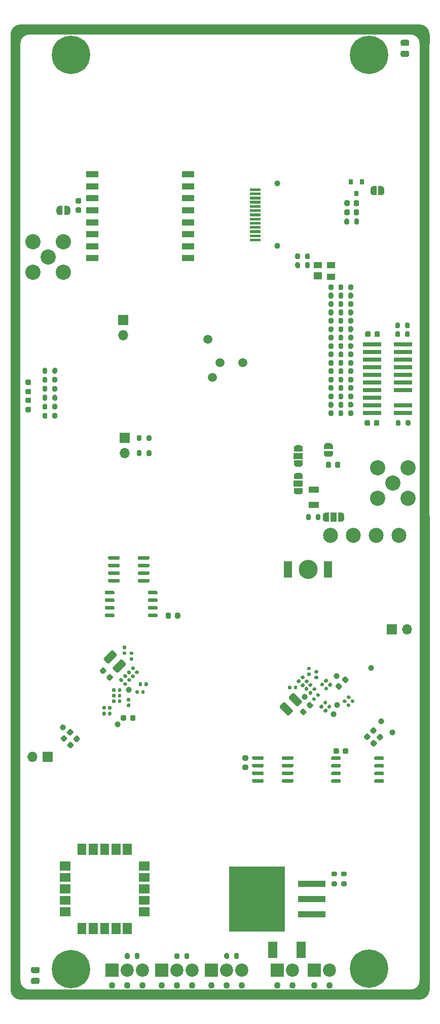
<source format=gbr>
%TF.GenerationSoftware,KiCad,Pcbnew,5.1.9-73d0e3b20d~88~ubuntu20.04.1*%
%TF.CreationDate,2021-04-18T22:57:39-05:00*%
%TF.ProjectId,FCB,4643422e-6b69-4636-9164-5f7063625858,rev?*%
%TF.SameCoordinates,Original*%
%TF.FileFunction,Soldermask,Bot*%
%TF.FilePolarity,Negative*%
%FSLAX46Y46*%
G04 Gerber Fmt 4.6, Leading zero omitted, Abs format (unit mm)*
G04 Created by KiCad (PCBNEW 5.1.9-73d0e3b20d~88~ubuntu20.04.1) date 2021-04-18 22:57:39*
%MOMM*%
%LPD*%
G01*
G04 APERTURE LIST*
%ADD10C,0.150000*%
%ADD11C,0.100000*%
%ADD12C,3.180000*%
%ADD13R,1.400000X2.790000*%
%ADD14C,1.000000*%
%ADD15O,1.700000X1.700000*%
%ADD16R,1.700000X1.700000*%
%ADD17R,1.800000X1.000000*%
%ADD18R,2.000000X1.000000*%
%ADD19R,0.800000X0.900000*%
%ADD20R,4.600000X1.100000*%
%ADD21R,9.400000X10.800000*%
%ADD22R,1.500000X2.700000*%
%ADD23R,2.200000X2.200000*%
%ADD24C,1.100000*%
%ADD25C,2.200000*%
%ADD26C,2.540000*%
%ADD27R,1.400000X1.000000*%
%ADD28R,1.400000X1.200000*%
%ADD29C,2.500000*%
%ADD30C,1.500000*%
%ADD31R,1.500000X1.000000*%
%ADD32R,1.000000X1.500000*%
%ADD33R,3.125000X0.711000*%
%ADD34C,0.800000*%
%ADD35C,6.400000*%
G04 APERTURE END LIST*
D10*
X171600000Y-65000000D02*
G75*
G03*
X170000000Y-66600000I0J-1600000D01*
G01*
G36*
X238650000Y-65100000D02*
G01*
X239250000Y-65400000D01*
X239550000Y-65800000D01*
X239750000Y-66200000D01*
X239850000Y-66600000D01*
X239850000Y-68100000D01*
X238350000Y-68100000D01*
X238250000Y-67500000D01*
X238050000Y-67100000D01*
X237750000Y-66800000D01*
X237350000Y-66600000D01*
X236850000Y-66500000D01*
X236850000Y-65000000D01*
X238250000Y-65000000D01*
X238650000Y-65100000D01*
G37*
X238650000Y-65100000D02*
X239250000Y-65400000D01*
X239550000Y-65800000D01*
X239750000Y-66200000D01*
X239850000Y-66600000D01*
X239850000Y-68100000D01*
X238350000Y-68100000D01*
X238250000Y-67500000D01*
X238050000Y-67100000D01*
X237750000Y-66800000D01*
X237350000Y-66600000D01*
X236850000Y-66500000D01*
X236850000Y-65000000D01*
X238250000Y-65000000D01*
X238650000Y-65100000D01*
G36*
X239850000Y-225800000D02*
G01*
X238350000Y-225800000D01*
X238322400Y-66600000D01*
X239822400Y-66600000D01*
X239850000Y-225800000D01*
G37*
X239850000Y-225800000D02*
X238350000Y-225800000D01*
X238322400Y-66600000D01*
X239822400Y-66600000D01*
X239850000Y-225800000D01*
X170000000Y-225800000D02*
G75*
G03*
X171600000Y-227400000I1600000J0D01*
G01*
X239850000Y-66600000D02*
G75*
G03*
X238250000Y-65000000I-1600000J0D01*
G01*
X238350000Y-68100000D02*
G75*
G03*
X236750000Y-66500000I-1600000J0D01*
G01*
X171500000Y-224300000D02*
G75*
G03*
X173100000Y-225900000I1600000J0D01*
G01*
G36*
X238300000Y-66500000D02*
G01*
X173100000Y-66500000D01*
X173100000Y-65000000D01*
X238300000Y-65000000D01*
X238300000Y-66500000D01*
G37*
X238300000Y-66500000D02*
X173100000Y-66500000D01*
X173100000Y-65000000D01*
X238300000Y-65000000D01*
X238300000Y-66500000D01*
X173100000Y-66500000D02*
G75*
G03*
X171500000Y-68100000I0J-1600000D01*
G01*
G36*
X173100000Y-66500000D02*
G01*
X172500000Y-66600000D01*
X172100000Y-66800000D01*
X171800000Y-67100000D01*
X171600000Y-67500000D01*
X171500000Y-68000000D01*
X170000000Y-68000000D01*
X170000000Y-66600000D01*
X170100000Y-66200000D01*
X170400000Y-65600000D01*
X170800000Y-65300000D01*
X171200000Y-65100000D01*
X171600000Y-65000000D01*
X173100000Y-65000000D01*
X173100000Y-66500000D01*
G37*
X173100000Y-66500000D02*
X172500000Y-66600000D01*
X172100000Y-66800000D01*
X171800000Y-67100000D01*
X171600000Y-67500000D01*
X171500000Y-68000000D01*
X170000000Y-68000000D01*
X170000000Y-66600000D01*
X170100000Y-66200000D01*
X170400000Y-65600000D01*
X170800000Y-65300000D01*
X171200000Y-65100000D01*
X171600000Y-65000000D01*
X173100000Y-65000000D01*
X173100000Y-66500000D01*
G36*
X238300000Y-227400000D02*
G01*
X171600000Y-227400000D01*
X171600000Y-225900000D01*
X238300000Y-225900000D01*
X238300000Y-227400000D01*
G37*
X238300000Y-227400000D02*
X171600000Y-227400000D01*
X171600000Y-225900000D01*
X238300000Y-225900000D01*
X238300000Y-227400000D01*
X239850000Y-225800000D02*
G75*
G02*
X238250000Y-227400000I-1600000J0D01*
G01*
D11*
G36*
X239850000Y-225800000D02*
G01*
X239750000Y-226200000D01*
X239550000Y-226600000D01*
X239250000Y-227000000D01*
X238650000Y-227300000D01*
X238250000Y-227400000D01*
X236850000Y-227400000D01*
X236850000Y-225900000D01*
X237350000Y-225800000D01*
X237750000Y-225600000D01*
X238050000Y-225300000D01*
X238250000Y-224900000D01*
X238350000Y-224300000D01*
X239850000Y-224300000D01*
X239850000Y-225800000D01*
G37*
X239850000Y-225800000D02*
X239750000Y-226200000D01*
X239550000Y-226600000D01*
X239250000Y-227000000D01*
X238650000Y-227300000D01*
X238250000Y-227400000D01*
X236850000Y-227400000D01*
X236850000Y-225900000D01*
X237350000Y-225800000D01*
X237750000Y-225600000D01*
X238050000Y-225300000D01*
X238250000Y-224900000D01*
X238350000Y-224300000D01*
X239850000Y-224300000D01*
X239850000Y-225800000D01*
D10*
G36*
X171600000Y-224900000D02*
G01*
X171800000Y-225300000D01*
X172100000Y-225600000D01*
X172500000Y-225800000D01*
X173000000Y-225900000D01*
X173000000Y-227400000D01*
X171600000Y-227400000D01*
X171200000Y-227300000D01*
X170600000Y-227000000D01*
X170300000Y-226600000D01*
X170100000Y-226200000D01*
X170000000Y-225800000D01*
X170000000Y-224300000D01*
X171500000Y-224300000D01*
X171600000Y-224900000D01*
G37*
X171600000Y-224900000D02*
X171800000Y-225300000D01*
X172100000Y-225600000D01*
X172500000Y-225800000D01*
X173000000Y-225900000D01*
X173000000Y-227400000D01*
X171600000Y-227400000D01*
X171200000Y-227300000D01*
X170600000Y-227000000D01*
X170300000Y-226600000D01*
X170100000Y-226200000D01*
X170000000Y-225800000D01*
X170000000Y-224300000D01*
X171500000Y-224300000D01*
X171600000Y-224900000D01*
G36*
X171500000Y-225800000D02*
G01*
X170000000Y-225800000D01*
X170000000Y-66600000D01*
X171500000Y-66600000D01*
X171500000Y-225800000D01*
G37*
X171500000Y-225800000D02*
X170000000Y-225800000D01*
X170000000Y-66600000D01*
X171500000Y-66600000D01*
X171500000Y-225800000D01*
X238350000Y-224300000D02*
G75*
G02*
X236750000Y-225900000I-1600000J0D01*
G01*
D12*
%TO.C,BT601*%
X219630000Y-155740000D03*
D13*
X222995000Y-155740000D03*
X216265000Y-155740000D03*
%TD*%
%TO.C,C313*%
G36*
G01*
X225706587Y-174666967D02*
X225353033Y-174313413D01*
G75*
G02*
X225353033Y-173995215I159099J159099D01*
G01*
X225671231Y-173677017D01*
G75*
G02*
X225989429Y-173677017I159099J-159099D01*
G01*
X226342983Y-174030571D01*
G75*
G02*
X226342983Y-174348769I-159099J-159099D01*
G01*
X226024785Y-174666967D01*
G75*
G02*
X225706587Y-174666967I-159099J159099D01*
G01*
G37*
G36*
G01*
X224610571Y-175762983D02*
X224257017Y-175409429D01*
G75*
G02*
X224257017Y-175091231I159099J159099D01*
G01*
X224575215Y-174773033D01*
G75*
G02*
X224893413Y-174773033I159099J-159099D01*
G01*
X225246967Y-175126587D01*
G75*
G02*
X225246967Y-175444785I-159099J-159099D01*
G01*
X224928769Y-175762983D01*
G75*
G02*
X224610571Y-175762983I-159099J159099D01*
G01*
G37*
%TD*%
D14*
%TO.C,TP509*%
X189710000Y-175840000D03*
%TD*%
%TO.C,TP504*%
X187780000Y-181586000D03*
%TD*%
%TO.C,TP501*%
X178640000Y-182080000D03*
%TD*%
%TO.C,R508*%
G36*
G01*
X191825000Y-133575000D02*
X191825000Y-134125000D01*
G75*
G02*
X191625000Y-134325000I-200000J0D01*
G01*
X191225000Y-134325000D01*
G75*
G02*
X191025000Y-134125000I0J200000D01*
G01*
X191025000Y-133575000D01*
G75*
G02*
X191225000Y-133375000I200000J0D01*
G01*
X191625000Y-133375000D01*
G75*
G02*
X191825000Y-133575000I0J-200000D01*
G01*
G37*
G36*
G01*
X193475000Y-133575000D02*
X193475000Y-134125000D01*
G75*
G02*
X193275000Y-134325000I-200000J0D01*
G01*
X192875000Y-134325000D01*
G75*
G02*
X192675000Y-134125000I0J200000D01*
G01*
X192675000Y-133575000D01*
G75*
G02*
X192875000Y-133375000I200000J0D01*
G01*
X193275000Y-133375000D01*
G75*
G02*
X193475000Y-133575000I0J-200000D01*
G01*
G37*
%TD*%
%TO.C,R504*%
G36*
G01*
X191815000Y-136105000D02*
X191815000Y-136655000D01*
G75*
G02*
X191615000Y-136855000I-200000J0D01*
G01*
X191215000Y-136855000D01*
G75*
G02*
X191015000Y-136655000I0J200000D01*
G01*
X191015000Y-136105000D01*
G75*
G02*
X191215000Y-135905000I200000J0D01*
G01*
X191615000Y-135905000D01*
G75*
G02*
X191815000Y-136105000I0J-200000D01*
G01*
G37*
G36*
G01*
X193465000Y-136105000D02*
X193465000Y-136655000D01*
G75*
G02*
X193265000Y-136855000I-200000J0D01*
G01*
X192865000Y-136855000D01*
G75*
G02*
X192665000Y-136655000I0J200000D01*
G01*
X192665000Y-136105000D01*
G75*
G02*
X192865000Y-135905000I200000J0D01*
G01*
X193265000Y-135905000D01*
G75*
G02*
X193465000Y-136105000I0J-200000D01*
G01*
G37*
%TD*%
%TO.C,R503*%
G36*
G01*
X219125000Y-105325000D02*
X219125000Y-104775000D01*
G75*
G02*
X219325000Y-104575000I200000J0D01*
G01*
X219725000Y-104575000D01*
G75*
G02*
X219925000Y-104775000I0J-200000D01*
G01*
X219925000Y-105325000D01*
G75*
G02*
X219725000Y-105525000I-200000J0D01*
G01*
X219325000Y-105525000D01*
G75*
G02*
X219125000Y-105325000I0J200000D01*
G01*
G37*
G36*
G01*
X217475000Y-105325000D02*
X217475000Y-104775000D01*
G75*
G02*
X217675000Y-104575000I200000J0D01*
G01*
X218075000Y-104575000D01*
G75*
G02*
X218275000Y-104775000I0J-200000D01*
G01*
X218275000Y-105325000D01*
G75*
G02*
X218075000Y-105525000I-200000J0D01*
G01*
X217675000Y-105525000D01*
G75*
G02*
X217475000Y-105325000I0J200000D01*
G01*
G37*
%TD*%
%TO.C,R501*%
G36*
G01*
X218275000Y-103315000D02*
X218275000Y-103865000D01*
G75*
G02*
X218075000Y-104065000I-200000J0D01*
G01*
X217675000Y-104065000D01*
G75*
G02*
X217475000Y-103865000I0J200000D01*
G01*
X217475000Y-103315000D01*
G75*
G02*
X217675000Y-103115000I200000J0D01*
G01*
X218075000Y-103115000D01*
G75*
G02*
X218275000Y-103315000I0J-200000D01*
G01*
G37*
G36*
G01*
X219925000Y-103315000D02*
X219925000Y-103865000D01*
G75*
G02*
X219725000Y-104065000I-200000J0D01*
G01*
X219325000Y-104065000D01*
G75*
G02*
X219125000Y-103865000I0J200000D01*
G01*
X219125000Y-103315000D01*
G75*
G02*
X219325000Y-103115000I200000J0D01*
G01*
X219725000Y-103115000D01*
G75*
G02*
X219925000Y-103315000I0J-200000D01*
G01*
G37*
%TD*%
D15*
%TO.C,J6*%
X188720000Y-116720000D03*
D16*
X188720000Y-114180000D03*
%TD*%
D15*
%TO.C,J4*%
X189030000Y-136380000D03*
D16*
X189030000Y-133840000D03*
%TD*%
%TO.C,R107*%
G36*
G01*
X206425000Y-219925000D02*
X206425000Y-220475000D01*
G75*
G02*
X206225000Y-220675000I-200000J0D01*
G01*
X205825000Y-220675000D01*
G75*
G02*
X205625000Y-220475000I0J200000D01*
G01*
X205625000Y-219925000D01*
G75*
G02*
X205825000Y-219725000I200000J0D01*
G01*
X206225000Y-219725000D01*
G75*
G02*
X206425000Y-219925000I0J-200000D01*
G01*
G37*
G36*
G01*
X208075000Y-219925000D02*
X208075000Y-220475000D01*
G75*
G02*
X207875000Y-220675000I-200000J0D01*
G01*
X207475000Y-220675000D01*
G75*
G02*
X207275000Y-220475000I0J200000D01*
G01*
X207275000Y-219925000D01*
G75*
G02*
X207475000Y-219725000I200000J0D01*
G01*
X207875000Y-219725000D01*
G75*
G02*
X208075000Y-219925000I0J-200000D01*
G01*
G37*
%TD*%
%TO.C,R106*%
G36*
G01*
X198135000Y-219935000D02*
X198135000Y-220485000D01*
G75*
G02*
X197935000Y-220685000I-200000J0D01*
G01*
X197535000Y-220685000D01*
G75*
G02*
X197335000Y-220485000I0J200000D01*
G01*
X197335000Y-219935000D01*
G75*
G02*
X197535000Y-219735000I200000J0D01*
G01*
X197935000Y-219735000D01*
G75*
G02*
X198135000Y-219935000I0J-200000D01*
G01*
G37*
G36*
G01*
X199785000Y-219935000D02*
X199785000Y-220485000D01*
G75*
G02*
X199585000Y-220685000I-200000J0D01*
G01*
X199185000Y-220685000D01*
G75*
G02*
X198985000Y-220485000I0J200000D01*
G01*
X198985000Y-219935000D01*
G75*
G02*
X199185000Y-219735000I200000J0D01*
G01*
X199585000Y-219735000D01*
G75*
G02*
X199785000Y-219935000I0J-200000D01*
G01*
G37*
%TD*%
%TO.C,R105*%
G36*
G01*
X189825000Y-219925000D02*
X189825000Y-220475000D01*
G75*
G02*
X189625000Y-220675000I-200000J0D01*
G01*
X189225000Y-220675000D01*
G75*
G02*
X189025000Y-220475000I0J200000D01*
G01*
X189025000Y-219925000D01*
G75*
G02*
X189225000Y-219725000I200000J0D01*
G01*
X189625000Y-219725000D01*
G75*
G02*
X189825000Y-219925000I0J-200000D01*
G01*
G37*
G36*
G01*
X191475000Y-219925000D02*
X191475000Y-220475000D01*
G75*
G02*
X191275000Y-220675000I-200000J0D01*
G01*
X190875000Y-220675000D01*
G75*
G02*
X190675000Y-220475000I0J200000D01*
G01*
X190675000Y-219925000D01*
G75*
G02*
X190875000Y-219725000I200000J0D01*
G01*
X191275000Y-219725000D01*
G75*
G02*
X191475000Y-219925000I0J-200000D01*
G01*
G37*
%TD*%
D11*
%TO.C,JP601*%
G36*
X222275000Y-135700000D02*
G01*
X222275000Y-135200000D01*
X222275602Y-135200000D01*
X222275602Y-135175466D01*
X222280412Y-135126635D01*
X222289984Y-135078510D01*
X222304228Y-135031555D01*
X222323005Y-134986222D01*
X222346136Y-134942949D01*
X222373396Y-134902150D01*
X222404524Y-134864221D01*
X222439221Y-134829524D01*
X222477150Y-134798396D01*
X222517949Y-134771136D01*
X222561222Y-134748005D01*
X222606555Y-134729228D01*
X222653510Y-134714984D01*
X222701635Y-134705412D01*
X222750466Y-134700602D01*
X222775000Y-134700602D01*
X222775000Y-134700000D01*
X223275000Y-134700000D01*
X223275000Y-134700602D01*
X223299534Y-134700602D01*
X223348365Y-134705412D01*
X223396490Y-134714984D01*
X223443445Y-134729228D01*
X223488778Y-134748005D01*
X223532051Y-134771136D01*
X223572850Y-134798396D01*
X223610779Y-134829524D01*
X223645476Y-134864221D01*
X223676604Y-134902150D01*
X223703864Y-134942949D01*
X223726995Y-134986222D01*
X223745772Y-135031555D01*
X223760016Y-135078510D01*
X223769588Y-135126635D01*
X223774398Y-135175466D01*
X223774398Y-135200000D01*
X223775000Y-135200000D01*
X223775000Y-135700000D01*
X222275000Y-135700000D01*
G37*
G36*
X223774398Y-136500000D02*
G01*
X223774398Y-136524534D01*
X223769588Y-136573365D01*
X223760016Y-136621490D01*
X223745772Y-136668445D01*
X223726995Y-136713778D01*
X223703864Y-136757051D01*
X223676604Y-136797850D01*
X223645476Y-136835779D01*
X223610779Y-136870476D01*
X223572850Y-136901604D01*
X223532051Y-136928864D01*
X223488778Y-136951995D01*
X223443445Y-136970772D01*
X223396490Y-136985016D01*
X223348365Y-136994588D01*
X223299534Y-136999398D01*
X223275000Y-136999398D01*
X223275000Y-137000000D01*
X222775000Y-137000000D01*
X222775000Y-136999398D01*
X222750466Y-136999398D01*
X222701635Y-136994588D01*
X222653510Y-136985016D01*
X222606555Y-136970772D01*
X222561222Y-136951995D01*
X222517949Y-136928864D01*
X222477150Y-136901604D01*
X222439221Y-136870476D01*
X222404524Y-136835779D01*
X222373396Y-136797850D01*
X222346136Y-136757051D01*
X222323005Y-136713778D01*
X222304228Y-136668445D01*
X222289984Y-136621490D01*
X222280412Y-136573365D01*
X222275602Y-136524534D01*
X222275602Y-136500000D01*
X222275000Y-136500000D01*
X222275000Y-136000000D01*
X223775000Y-136000000D01*
X223775000Y-136500000D01*
X223774398Y-136500000D01*
G37*
%TD*%
D17*
%TO.C,Y601*%
X220600000Y-145000000D03*
X220600000Y-142500000D03*
%TD*%
D18*
%TO.C,U106*%
X183550000Y-89900000D03*
X183550000Y-91900000D03*
X183550000Y-93900000D03*
X183550000Y-95900000D03*
X183550000Y-97900000D03*
X183550000Y-99900000D03*
X183550000Y-101900000D03*
X183550000Y-103900000D03*
X199550000Y-103900000D03*
X199550000Y-101900000D03*
X199550000Y-99900000D03*
X199550000Y-97900000D03*
X199550000Y-95900000D03*
X199550000Y-93900000D03*
X199550000Y-91900000D03*
X199550000Y-89900000D03*
%TD*%
%TO.C,R101*%
G36*
G01*
X226485000Y-97495000D02*
X226485000Y-98045000D01*
G75*
G02*
X226285000Y-98245000I-200000J0D01*
G01*
X225885000Y-98245000D01*
G75*
G02*
X225685000Y-98045000I0J200000D01*
G01*
X225685000Y-97495000D01*
G75*
G02*
X225885000Y-97295000I200000J0D01*
G01*
X226285000Y-97295000D01*
G75*
G02*
X226485000Y-97495000I0J-200000D01*
G01*
G37*
G36*
G01*
X228135000Y-97495000D02*
X228135000Y-98045000D01*
G75*
G02*
X227935000Y-98245000I-200000J0D01*
G01*
X227535000Y-98245000D01*
G75*
G02*
X227335000Y-98045000I0J200000D01*
G01*
X227335000Y-97495000D01*
G75*
G02*
X227535000Y-97295000I200000J0D01*
G01*
X227935000Y-97295000D01*
G75*
G02*
X228135000Y-97495000I0J-200000D01*
G01*
G37*
%TD*%
D11*
%TO.C,JP106*%
G36*
X231350000Y-91870000D02*
G01*
X231850000Y-91870000D01*
X231850000Y-91870602D01*
X231874534Y-91870602D01*
X231923365Y-91875412D01*
X231971490Y-91884984D01*
X232018445Y-91899228D01*
X232063778Y-91918005D01*
X232107051Y-91941136D01*
X232147850Y-91968396D01*
X232185779Y-91999524D01*
X232220476Y-92034221D01*
X232251604Y-92072150D01*
X232278864Y-92112949D01*
X232301995Y-92156222D01*
X232320772Y-92201555D01*
X232335016Y-92248510D01*
X232344588Y-92296635D01*
X232349398Y-92345466D01*
X232349398Y-92370000D01*
X232350000Y-92370000D01*
X232350000Y-92870000D01*
X232349398Y-92870000D01*
X232349398Y-92894534D01*
X232344588Y-92943365D01*
X232335016Y-92991490D01*
X232320772Y-93038445D01*
X232301995Y-93083778D01*
X232278864Y-93127051D01*
X232251604Y-93167850D01*
X232220476Y-93205779D01*
X232185779Y-93240476D01*
X232147850Y-93271604D01*
X232107051Y-93298864D01*
X232063778Y-93321995D01*
X232018445Y-93340772D01*
X231971490Y-93355016D01*
X231923365Y-93364588D01*
X231874534Y-93369398D01*
X231850000Y-93369398D01*
X231850000Y-93370000D01*
X231350000Y-93370000D01*
X231350000Y-91870000D01*
G37*
G36*
X230550000Y-93369398D02*
G01*
X230525466Y-93369398D01*
X230476635Y-93364588D01*
X230428510Y-93355016D01*
X230381555Y-93340772D01*
X230336222Y-93321995D01*
X230292949Y-93298864D01*
X230252150Y-93271604D01*
X230214221Y-93240476D01*
X230179524Y-93205779D01*
X230148396Y-93167850D01*
X230121136Y-93127051D01*
X230098005Y-93083778D01*
X230079228Y-93038445D01*
X230064984Y-92991490D01*
X230055412Y-92943365D01*
X230050602Y-92894534D01*
X230050602Y-92870000D01*
X230050000Y-92870000D01*
X230050000Y-92370000D01*
X230050602Y-92370000D01*
X230050602Y-92345466D01*
X230055412Y-92296635D01*
X230064984Y-92248510D01*
X230079228Y-92201555D01*
X230098005Y-92156222D01*
X230121136Y-92112949D01*
X230148396Y-92072150D01*
X230179524Y-92034221D01*
X230214221Y-91999524D01*
X230252150Y-91968396D01*
X230292949Y-91941136D01*
X230336222Y-91918005D01*
X230381555Y-91899228D01*
X230428510Y-91884984D01*
X230476635Y-91875412D01*
X230525466Y-91870602D01*
X230550000Y-91870602D01*
X230550000Y-91870000D01*
X231050000Y-91870000D01*
X231050000Y-93370000D01*
X230550000Y-93370000D01*
X230550000Y-93369398D01*
G37*
%TD*%
D19*
%TO.C,IC101*%
X227700000Y-93150000D03*
X228650000Y-91150000D03*
X226750000Y-91150000D03*
%TD*%
%TO.C,C113*%
G36*
G01*
X226590000Y-94460000D02*
X226590000Y-94960000D01*
G75*
G02*
X226365000Y-95185000I-225000J0D01*
G01*
X225915000Y-95185000D01*
G75*
G02*
X225690000Y-94960000I0J225000D01*
G01*
X225690000Y-94460000D01*
G75*
G02*
X225915000Y-94235000I225000J0D01*
G01*
X226365000Y-94235000D01*
G75*
G02*
X226590000Y-94460000I0J-225000D01*
G01*
G37*
G36*
G01*
X228140000Y-94460000D02*
X228140000Y-94960000D01*
G75*
G02*
X227915000Y-95185000I-225000J0D01*
G01*
X227465000Y-95185000D01*
G75*
G02*
X227240000Y-94960000I0J225000D01*
G01*
X227240000Y-94460000D01*
G75*
G02*
X227465000Y-94235000I225000J0D01*
G01*
X227915000Y-94235000D01*
G75*
G02*
X228140000Y-94460000I0J-225000D01*
G01*
G37*
%TD*%
%TO.C,C112*%
G36*
G01*
X226585000Y-95990000D02*
X226585000Y-96490000D01*
G75*
G02*
X226360000Y-96715000I-225000J0D01*
G01*
X225910000Y-96715000D01*
G75*
G02*
X225685000Y-96490000I0J225000D01*
G01*
X225685000Y-95990000D01*
G75*
G02*
X225910000Y-95765000I225000J0D01*
G01*
X226360000Y-95765000D01*
G75*
G02*
X226585000Y-95990000I0J-225000D01*
G01*
G37*
G36*
G01*
X228135000Y-95990000D02*
X228135000Y-96490000D01*
G75*
G02*
X227910000Y-96715000I-225000J0D01*
G01*
X227460000Y-96715000D01*
G75*
G02*
X227235000Y-96490000I0J225000D01*
G01*
X227235000Y-95990000D01*
G75*
G02*
X227460000Y-95765000I225000J0D01*
G01*
X227910000Y-95765000D01*
G75*
G02*
X228135000Y-95990000I0J-225000D01*
G01*
G37*
%TD*%
D15*
%TO.C,J506*%
X173560000Y-187040000D03*
D16*
X176100000Y-187040000D03*
%TD*%
%TO.C,R998*%
G36*
G01*
X173624999Y-223850000D02*
X174525001Y-223850000D01*
G75*
G02*
X174775000Y-224099999I0J-249999D01*
G01*
X174775000Y-224625001D01*
G75*
G02*
X174525001Y-224875000I-249999J0D01*
G01*
X173624999Y-224875000D01*
G75*
G02*
X173375000Y-224625001I0J249999D01*
G01*
X173375000Y-224099999D01*
G75*
G02*
X173624999Y-223850000I249999J0D01*
G01*
G37*
G36*
G01*
X173624999Y-222025000D02*
X174525001Y-222025000D01*
G75*
G02*
X174775000Y-222274999I0J-249999D01*
G01*
X174775000Y-222800001D01*
G75*
G02*
X174525001Y-223050000I-249999J0D01*
G01*
X173624999Y-223050000D01*
G75*
G02*
X173375000Y-222800001I0J249999D01*
G01*
X173375000Y-222274999D01*
G75*
G02*
X173624999Y-222025000I249999J0D01*
G01*
G37*
%TD*%
%TO.C,C513*%
G36*
G01*
X188345000Y-180770000D02*
X188345000Y-180270000D01*
G75*
G02*
X188570000Y-180045000I225000J0D01*
G01*
X189020000Y-180045000D01*
G75*
G02*
X189245000Y-180270000I0J-225000D01*
G01*
X189245000Y-180770000D01*
G75*
G02*
X189020000Y-180995000I-225000J0D01*
G01*
X188570000Y-180995000D01*
G75*
G02*
X188345000Y-180770000I0J225000D01*
G01*
G37*
G36*
G01*
X189895000Y-180770000D02*
X189895000Y-180270000D01*
G75*
G02*
X190120000Y-180045000I225000J0D01*
G01*
X190570000Y-180045000D01*
G75*
G02*
X190795000Y-180270000I0J-225000D01*
G01*
X190795000Y-180770000D01*
G75*
G02*
X190570000Y-180995000I-225000J0D01*
G01*
X190120000Y-180995000D01*
G75*
G02*
X189895000Y-180770000I0J225000D01*
G01*
G37*
%TD*%
%TO.C,C528*%
G36*
G01*
X191340000Y-175070000D02*
X191340000Y-174730000D01*
G75*
G02*
X191480000Y-174590000I140000J0D01*
G01*
X191760000Y-174590000D01*
G75*
G02*
X191900000Y-174730000I0J-140000D01*
G01*
X191900000Y-175070000D01*
G75*
G02*
X191760000Y-175210000I-140000J0D01*
G01*
X191480000Y-175210000D01*
G75*
G02*
X191340000Y-175070000I0J140000D01*
G01*
G37*
G36*
G01*
X192300000Y-175070000D02*
X192300000Y-174730000D01*
G75*
G02*
X192440000Y-174590000I140000J0D01*
G01*
X192720000Y-174590000D01*
G75*
G02*
X192860000Y-174730000I0J-140000D01*
G01*
X192860000Y-175070000D01*
G75*
G02*
X192720000Y-175210000I-140000J0D01*
G01*
X192440000Y-175210000D01*
G75*
G02*
X192300000Y-175070000I0J140000D01*
G01*
G37*
%TD*%
%TO.C,L503*%
G36*
G01*
X185883709Y-172781316D02*
X185521316Y-173143709D01*
G75*
G02*
X185211956Y-173143709I-154680J154680D01*
G01*
X184902597Y-172834350D01*
G75*
G02*
X184902597Y-172524990I154680J154680D01*
G01*
X185264990Y-172162597D01*
G75*
G02*
X185574350Y-172162597I154680J-154680D01*
G01*
X185883709Y-172471956D01*
G75*
G02*
X185883709Y-172781316I-154680J-154680D01*
G01*
G37*
G36*
G01*
X186997403Y-173895010D02*
X186635010Y-174257403D01*
G75*
G02*
X186325650Y-174257403I-154680J154680D01*
G01*
X186016291Y-173948044D01*
G75*
G02*
X186016291Y-173638684I154680J154680D01*
G01*
X186378684Y-173276291D01*
G75*
G02*
X186688044Y-173276291I154680J-154680D01*
G01*
X186997403Y-173585650D01*
G75*
G02*
X186997403Y-173895010I-154680J-154680D01*
G01*
G37*
%TD*%
%TO.C,R7*%
G36*
G01*
X176075000Y-129875000D02*
X176075000Y-130425000D01*
G75*
G02*
X175875000Y-130625000I-200000J0D01*
G01*
X175475000Y-130625000D01*
G75*
G02*
X175275000Y-130425000I0J200000D01*
G01*
X175275000Y-129875000D01*
G75*
G02*
X175475000Y-129675000I200000J0D01*
G01*
X175875000Y-129675000D01*
G75*
G02*
X176075000Y-129875000I0J-200000D01*
G01*
G37*
G36*
G01*
X177725000Y-129875000D02*
X177725000Y-130425000D01*
G75*
G02*
X177525000Y-130625000I-200000J0D01*
G01*
X177125000Y-130625000D01*
G75*
G02*
X176925000Y-130425000I0J200000D01*
G01*
X176925000Y-129875000D01*
G75*
G02*
X177125000Y-129675000I200000J0D01*
G01*
X177525000Y-129675000D01*
G75*
G02*
X177725000Y-129875000I0J-200000D01*
G01*
G37*
%TD*%
%TO.C,R6*%
G36*
G01*
X176075000Y-128375000D02*
X176075000Y-128925000D01*
G75*
G02*
X175875000Y-129125000I-200000J0D01*
G01*
X175475000Y-129125000D01*
G75*
G02*
X175275000Y-128925000I0J200000D01*
G01*
X175275000Y-128375000D01*
G75*
G02*
X175475000Y-128175000I200000J0D01*
G01*
X175875000Y-128175000D01*
G75*
G02*
X176075000Y-128375000I0J-200000D01*
G01*
G37*
G36*
G01*
X177725000Y-128375000D02*
X177725000Y-128925000D01*
G75*
G02*
X177525000Y-129125000I-200000J0D01*
G01*
X177125000Y-129125000D01*
G75*
G02*
X176925000Y-128925000I0J200000D01*
G01*
X176925000Y-128375000D01*
G75*
G02*
X177125000Y-128175000I200000J0D01*
G01*
X177525000Y-128175000D01*
G75*
G02*
X177725000Y-128375000I0J-200000D01*
G01*
G37*
%TD*%
%TO.C,R5*%
G36*
G01*
X176075000Y-126875000D02*
X176075000Y-127425000D01*
G75*
G02*
X175875000Y-127625000I-200000J0D01*
G01*
X175475000Y-127625000D01*
G75*
G02*
X175275000Y-127425000I0J200000D01*
G01*
X175275000Y-126875000D01*
G75*
G02*
X175475000Y-126675000I200000J0D01*
G01*
X175875000Y-126675000D01*
G75*
G02*
X176075000Y-126875000I0J-200000D01*
G01*
G37*
G36*
G01*
X177725000Y-126875000D02*
X177725000Y-127425000D01*
G75*
G02*
X177525000Y-127625000I-200000J0D01*
G01*
X177125000Y-127625000D01*
G75*
G02*
X176925000Y-127425000I0J200000D01*
G01*
X176925000Y-126875000D01*
G75*
G02*
X177125000Y-126675000I200000J0D01*
G01*
X177525000Y-126675000D01*
G75*
G02*
X177725000Y-126875000I0J-200000D01*
G01*
G37*
%TD*%
%TO.C,R4*%
G36*
G01*
X176075000Y-125375000D02*
X176075000Y-125925000D01*
G75*
G02*
X175875000Y-126125000I-200000J0D01*
G01*
X175475000Y-126125000D01*
G75*
G02*
X175275000Y-125925000I0J200000D01*
G01*
X175275000Y-125375000D01*
G75*
G02*
X175475000Y-125175000I200000J0D01*
G01*
X175875000Y-125175000D01*
G75*
G02*
X176075000Y-125375000I0J-200000D01*
G01*
G37*
G36*
G01*
X177725000Y-125375000D02*
X177725000Y-125925000D01*
G75*
G02*
X177525000Y-126125000I-200000J0D01*
G01*
X177125000Y-126125000D01*
G75*
G02*
X176925000Y-125925000I0J200000D01*
G01*
X176925000Y-125375000D01*
G75*
G02*
X177125000Y-125175000I200000J0D01*
G01*
X177525000Y-125175000D01*
G75*
G02*
X177725000Y-125375000I0J-200000D01*
G01*
G37*
%TD*%
%TO.C,R3*%
G36*
G01*
X176075000Y-123875000D02*
X176075000Y-124425000D01*
G75*
G02*
X175875000Y-124625000I-200000J0D01*
G01*
X175475000Y-124625000D01*
G75*
G02*
X175275000Y-124425000I0J200000D01*
G01*
X175275000Y-123875000D01*
G75*
G02*
X175475000Y-123675000I200000J0D01*
G01*
X175875000Y-123675000D01*
G75*
G02*
X176075000Y-123875000I0J-200000D01*
G01*
G37*
G36*
G01*
X177725000Y-123875000D02*
X177725000Y-124425000D01*
G75*
G02*
X177525000Y-124625000I-200000J0D01*
G01*
X177125000Y-124625000D01*
G75*
G02*
X176925000Y-124425000I0J200000D01*
G01*
X176925000Y-123875000D01*
G75*
G02*
X177125000Y-123675000I200000J0D01*
G01*
X177525000Y-123675000D01*
G75*
G02*
X177725000Y-123875000I0J-200000D01*
G01*
G37*
%TD*%
%TO.C,R2*%
G36*
G01*
X176075000Y-122375000D02*
X176075000Y-122925000D01*
G75*
G02*
X175875000Y-123125000I-200000J0D01*
G01*
X175475000Y-123125000D01*
G75*
G02*
X175275000Y-122925000I0J200000D01*
G01*
X175275000Y-122375000D01*
G75*
G02*
X175475000Y-122175000I200000J0D01*
G01*
X175875000Y-122175000D01*
G75*
G02*
X176075000Y-122375000I0J-200000D01*
G01*
G37*
G36*
G01*
X177725000Y-122375000D02*
X177725000Y-122925000D01*
G75*
G02*
X177525000Y-123125000I-200000J0D01*
G01*
X177125000Y-123125000D01*
G75*
G02*
X176925000Y-122925000I0J200000D01*
G01*
X176925000Y-122375000D01*
G75*
G02*
X177125000Y-122175000I200000J0D01*
G01*
X177525000Y-122175000D01*
G75*
G02*
X177725000Y-122375000I0J-200000D01*
G01*
G37*
%TD*%
%TO.C,C2*%
G36*
G01*
X172650000Y-128675000D02*
X173150000Y-128675000D01*
G75*
G02*
X173375000Y-128900000I0J-225000D01*
G01*
X173375000Y-129350000D01*
G75*
G02*
X173150000Y-129575000I-225000J0D01*
G01*
X172650000Y-129575000D01*
G75*
G02*
X172425000Y-129350000I0J225000D01*
G01*
X172425000Y-128900000D01*
G75*
G02*
X172650000Y-128675000I225000J0D01*
G01*
G37*
G36*
G01*
X172650000Y-127125000D02*
X173150000Y-127125000D01*
G75*
G02*
X173375000Y-127350000I0J-225000D01*
G01*
X173375000Y-127800000D01*
G75*
G02*
X173150000Y-128025000I-225000J0D01*
G01*
X172650000Y-128025000D01*
G75*
G02*
X172425000Y-127800000I0J225000D01*
G01*
X172425000Y-127350000D01*
G75*
G02*
X172650000Y-127125000I225000J0D01*
G01*
G37*
%TD*%
%TO.C,C1*%
G36*
G01*
X173150000Y-125025000D02*
X172650000Y-125025000D01*
G75*
G02*
X172425000Y-124800000I0J225000D01*
G01*
X172425000Y-124350000D01*
G75*
G02*
X172650000Y-124125000I225000J0D01*
G01*
X173150000Y-124125000D01*
G75*
G02*
X173375000Y-124350000I0J-225000D01*
G01*
X173375000Y-124800000D01*
G75*
G02*
X173150000Y-125025000I-225000J0D01*
G01*
G37*
G36*
G01*
X173150000Y-126575000D02*
X172650000Y-126575000D01*
G75*
G02*
X172425000Y-126350000I0J225000D01*
G01*
X172425000Y-125900000D01*
G75*
G02*
X172650000Y-125675000I225000J0D01*
G01*
X173150000Y-125675000D01*
G75*
G02*
X173375000Y-125900000I0J-225000D01*
G01*
X173375000Y-126350000D01*
G75*
G02*
X173150000Y-126575000I-225000J0D01*
G01*
G37*
%TD*%
%TO.C,R104*%
G36*
G01*
X224275000Y-206925000D02*
X223725000Y-206925000D01*
G75*
G02*
X223525000Y-206725000I0J200000D01*
G01*
X223525000Y-206325000D01*
G75*
G02*
X223725000Y-206125000I200000J0D01*
G01*
X224275000Y-206125000D01*
G75*
G02*
X224475000Y-206325000I0J-200000D01*
G01*
X224475000Y-206725000D01*
G75*
G02*
X224275000Y-206925000I-200000J0D01*
G01*
G37*
G36*
G01*
X224275000Y-208575000D02*
X223725000Y-208575000D01*
G75*
G02*
X223525000Y-208375000I0J200000D01*
G01*
X223525000Y-207975000D01*
G75*
G02*
X223725000Y-207775000I200000J0D01*
G01*
X224275000Y-207775000D01*
G75*
G02*
X224475000Y-207975000I0J-200000D01*
G01*
X224475000Y-208375000D01*
G75*
G02*
X224275000Y-208575000I-200000J0D01*
G01*
G37*
%TD*%
%TO.C,R103*%
G36*
G01*
X225875000Y-206925000D02*
X225325000Y-206925000D01*
G75*
G02*
X225125000Y-206725000I0J200000D01*
G01*
X225125000Y-206325000D01*
G75*
G02*
X225325000Y-206125000I200000J0D01*
G01*
X225875000Y-206125000D01*
G75*
G02*
X226075000Y-206325000I0J-200000D01*
G01*
X226075000Y-206725000D01*
G75*
G02*
X225875000Y-206925000I-200000J0D01*
G01*
G37*
G36*
G01*
X225875000Y-208575000D02*
X225325000Y-208575000D01*
G75*
G02*
X225125000Y-208375000I0J200000D01*
G01*
X225125000Y-207975000D01*
G75*
G02*
X225325000Y-207775000I200000J0D01*
G01*
X225875000Y-207775000D01*
G75*
G02*
X226075000Y-207975000I0J-200000D01*
G01*
X226075000Y-208375000D01*
G75*
G02*
X225875000Y-208575000I-200000J0D01*
G01*
G37*
%TD*%
D20*
%TO.C,Q101*%
X220275000Y-208160000D03*
X220275000Y-210700000D03*
X220275000Y-213240000D03*
D21*
X211125000Y-210700000D03*
%TD*%
D22*
%TO.C,D102*%
X218500000Y-219200000D03*
X213700000Y-219200000D03*
%TD*%
%TO.C,DISP1*%
G36*
G01*
X209924200Y-100335000D02*
X209924200Y-99985000D01*
G75*
G02*
X209975000Y-99934200I50800J0D01*
G01*
X211675000Y-99934200D01*
G75*
G02*
X211725800Y-99985000I0J-50800D01*
G01*
X211725800Y-100335000D01*
G75*
G02*
X211675000Y-100385800I-50800J0D01*
G01*
X209975000Y-100385800D01*
G75*
G02*
X209924200Y-100335000I0J50800D01*
G01*
G37*
G36*
G01*
X209924200Y-101035000D02*
X209924200Y-100685000D01*
G75*
G02*
X209975000Y-100634200I50800J0D01*
G01*
X211675000Y-100634200D01*
G75*
G02*
X211725800Y-100685000I0J-50800D01*
G01*
X211725800Y-101035000D01*
G75*
G02*
X211675000Y-101085800I-50800J0D01*
G01*
X209975000Y-101085800D01*
G75*
G02*
X209924200Y-101035000I0J50800D01*
G01*
G37*
G36*
G01*
X209924200Y-92635000D02*
X209924200Y-92285000D01*
G75*
G02*
X209975000Y-92234200I50800J0D01*
G01*
X211675000Y-92234200D01*
G75*
G02*
X211725800Y-92285000I0J-50800D01*
G01*
X211725800Y-92635000D01*
G75*
G02*
X211675000Y-92685800I-50800J0D01*
G01*
X209975000Y-92685800D01*
G75*
G02*
X209924200Y-92635000I0J50800D01*
G01*
G37*
G36*
G01*
X209924200Y-93335000D02*
X209924200Y-92985000D01*
G75*
G02*
X209975000Y-92934200I50800J0D01*
G01*
X211675000Y-92934200D01*
G75*
G02*
X211725800Y-92985000I0J-50800D01*
G01*
X211725800Y-93335000D01*
G75*
G02*
X211675000Y-93385800I-50800J0D01*
G01*
X209975000Y-93385800D01*
G75*
G02*
X209924200Y-93335000I0J50800D01*
G01*
G37*
G36*
G01*
X209924200Y-94035000D02*
X209924200Y-93685000D01*
G75*
G02*
X209975000Y-93634200I50800J0D01*
G01*
X211675000Y-93634200D01*
G75*
G02*
X211725800Y-93685000I0J-50800D01*
G01*
X211725800Y-94035000D01*
G75*
G02*
X211675000Y-94085800I-50800J0D01*
G01*
X209975000Y-94085800D01*
G75*
G02*
X209924200Y-94035000I0J50800D01*
G01*
G37*
G36*
G01*
X209924200Y-94735000D02*
X209924200Y-94385000D01*
G75*
G02*
X209975000Y-94334200I50800J0D01*
G01*
X211675000Y-94334200D01*
G75*
G02*
X211725800Y-94385000I0J-50800D01*
G01*
X211725800Y-94735000D01*
G75*
G02*
X211675000Y-94785800I-50800J0D01*
G01*
X209975000Y-94785800D01*
G75*
G02*
X209924200Y-94735000I0J50800D01*
G01*
G37*
G36*
G01*
X209924200Y-95435000D02*
X209924200Y-95085000D01*
G75*
G02*
X209975000Y-95034200I50800J0D01*
G01*
X211675000Y-95034200D01*
G75*
G02*
X211725800Y-95085000I0J-50800D01*
G01*
X211725800Y-95435000D01*
G75*
G02*
X211675000Y-95485800I-50800J0D01*
G01*
X209975000Y-95485800D01*
G75*
G02*
X209924200Y-95435000I0J50800D01*
G01*
G37*
G36*
G01*
X209924200Y-96135000D02*
X209924200Y-95785000D01*
G75*
G02*
X209975000Y-95734200I50800J0D01*
G01*
X211675000Y-95734200D01*
G75*
G02*
X211725800Y-95785000I0J-50800D01*
G01*
X211725800Y-96135000D01*
G75*
G02*
X211675000Y-96185800I-50800J0D01*
G01*
X209975000Y-96185800D01*
G75*
G02*
X209924200Y-96135000I0J50800D01*
G01*
G37*
G36*
G01*
X209924200Y-96835000D02*
X209924200Y-96485000D01*
G75*
G02*
X209975000Y-96434200I50800J0D01*
G01*
X211675000Y-96434200D01*
G75*
G02*
X211725800Y-96485000I0J-50800D01*
G01*
X211725800Y-96835000D01*
G75*
G02*
X211675000Y-96885800I-50800J0D01*
G01*
X209975000Y-96885800D01*
G75*
G02*
X209924200Y-96835000I0J50800D01*
G01*
G37*
G36*
G01*
X209924200Y-97535000D02*
X209924200Y-97185000D01*
G75*
G02*
X209975000Y-97134200I50800J0D01*
G01*
X211675000Y-97134200D01*
G75*
G02*
X211725800Y-97185000I0J-50800D01*
G01*
X211725800Y-97535000D01*
G75*
G02*
X211675000Y-97585800I-50800J0D01*
G01*
X209975000Y-97585800D01*
G75*
G02*
X209924200Y-97535000I0J50800D01*
G01*
G37*
G36*
G01*
X209924200Y-98235000D02*
X209924200Y-97885000D01*
G75*
G02*
X209975000Y-97834200I50800J0D01*
G01*
X211675000Y-97834200D01*
G75*
G02*
X211725800Y-97885000I0J-50800D01*
G01*
X211725800Y-98235000D01*
G75*
G02*
X211675000Y-98285800I-50800J0D01*
G01*
X209975000Y-98285800D01*
G75*
G02*
X209924200Y-98235000I0J50800D01*
G01*
G37*
G36*
G01*
X209924200Y-98935000D02*
X209924200Y-98585000D01*
G75*
G02*
X209975000Y-98534200I50800J0D01*
G01*
X211675000Y-98534200D01*
G75*
G02*
X211725800Y-98585000I0J-50800D01*
G01*
X211725800Y-98935000D01*
G75*
G02*
X211675000Y-98985800I-50800J0D01*
G01*
X209975000Y-98985800D01*
G75*
G02*
X209924200Y-98935000I0J50800D01*
G01*
G37*
G36*
G01*
X209924200Y-99635000D02*
X209924200Y-99285000D01*
G75*
G02*
X209975000Y-99234200I50800J0D01*
G01*
X211675000Y-99234200D01*
G75*
G02*
X211725800Y-99285000I0J-50800D01*
G01*
X211725800Y-99635000D01*
G75*
G02*
X211675000Y-99685800I-50800J0D01*
G01*
X209975000Y-99685800D01*
G75*
G02*
X209924200Y-99635000I0J50800D01*
G01*
G37*
D14*
X214525000Y-101840000D03*
X214525000Y-91440000D03*
%TD*%
D23*
%TO.C,J111*%
X220670000Y-222570000D03*
D24*
X220670000Y-225110000D03*
D25*
X223210000Y-222570000D03*
D24*
X223210000Y-225110000D03*
%TD*%
D23*
%TO.C,J110*%
X214500000Y-222570000D03*
D24*
X214500000Y-225110000D03*
D25*
X217040000Y-222570000D03*
D24*
X217040000Y-225110000D03*
%TD*%
D23*
%TO.C,J109*%
X203500000Y-222570000D03*
D24*
X203500000Y-225110000D03*
D25*
X206040000Y-222570000D03*
D24*
X206040000Y-225110000D03*
D25*
X208580000Y-222570000D03*
D24*
X208580000Y-225110000D03*
%TD*%
D23*
%TO.C,J108*%
X195200000Y-222570000D03*
D24*
X195200000Y-225110000D03*
D25*
X197740000Y-222570000D03*
D24*
X197740000Y-225110000D03*
D25*
X200280000Y-222570000D03*
D24*
X200280000Y-225110000D03*
%TD*%
D23*
%TO.C,J107*%
X186870000Y-222570000D03*
D24*
X186870000Y-225110000D03*
D25*
X189410000Y-222570000D03*
D24*
X189410000Y-225110000D03*
D25*
X191950000Y-222570000D03*
D24*
X191950000Y-225110000D03*
%TD*%
%TO.C,C531*%
G36*
G01*
X189480000Y-178150000D02*
X189820000Y-178150000D01*
G75*
G02*
X189960000Y-178290000I0J-140000D01*
G01*
X189960000Y-178570000D01*
G75*
G02*
X189820000Y-178710000I-140000J0D01*
G01*
X189480000Y-178710000D01*
G75*
G02*
X189340000Y-178570000I0J140000D01*
G01*
X189340000Y-178290000D01*
G75*
G02*
X189480000Y-178150000I140000J0D01*
G01*
G37*
G36*
G01*
X189480000Y-177190000D02*
X189820000Y-177190000D01*
G75*
G02*
X189960000Y-177330000I0J-140000D01*
G01*
X189960000Y-177610000D01*
G75*
G02*
X189820000Y-177750000I-140000J0D01*
G01*
X189480000Y-177750000D01*
G75*
G02*
X189340000Y-177610000I0J140000D01*
G01*
X189340000Y-177330000D01*
G75*
G02*
X189480000Y-177190000I140000J0D01*
G01*
G37*
%TD*%
%TO.C,C526*%
G36*
G01*
X185830000Y-178660000D02*
X185830000Y-179000000D01*
G75*
G02*
X185690000Y-179140000I-140000J0D01*
G01*
X185410000Y-179140000D01*
G75*
G02*
X185270000Y-179000000I0J140000D01*
G01*
X185270000Y-178660000D01*
G75*
G02*
X185410000Y-178520000I140000J0D01*
G01*
X185690000Y-178520000D01*
G75*
G02*
X185830000Y-178660000I0J-140000D01*
G01*
G37*
G36*
G01*
X186790000Y-178660000D02*
X186790000Y-179000000D01*
G75*
G02*
X186650000Y-179140000I-140000J0D01*
G01*
X186370000Y-179140000D01*
G75*
G02*
X186230000Y-179000000I0J140000D01*
G01*
X186230000Y-178660000D01*
G75*
G02*
X186370000Y-178520000I140000J0D01*
G01*
X186650000Y-178520000D01*
G75*
G02*
X186790000Y-178660000I0J-140000D01*
G01*
G37*
%TD*%
%TO.C,C520*%
G36*
G01*
X198275000Y-163220000D02*
X198275000Y-163720000D01*
G75*
G02*
X198050000Y-163945000I-225000J0D01*
G01*
X197600000Y-163945000D01*
G75*
G02*
X197375000Y-163720000I0J225000D01*
G01*
X197375000Y-163220000D01*
G75*
G02*
X197600000Y-162995000I225000J0D01*
G01*
X198050000Y-162995000D01*
G75*
G02*
X198275000Y-163220000I0J-225000D01*
G01*
G37*
G36*
G01*
X196725000Y-163220000D02*
X196725000Y-163720000D01*
G75*
G02*
X196500000Y-163945000I-225000J0D01*
G01*
X196050000Y-163945000D01*
G75*
G02*
X195825000Y-163720000I0J225000D01*
G01*
X195825000Y-163220000D01*
G75*
G02*
X196050000Y-162995000I225000J0D01*
G01*
X196500000Y-162995000D01*
G75*
G02*
X196725000Y-163220000I0J-225000D01*
G01*
G37*
%TD*%
%TO.C,C517*%
G36*
G01*
X187460000Y-175710000D02*
X187460000Y-176050000D01*
G75*
G02*
X187320000Y-176190000I-140000J0D01*
G01*
X187040000Y-176190000D01*
G75*
G02*
X186900000Y-176050000I0J140000D01*
G01*
X186900000Y-175710000D01*
G75*
G02*
X187040000Y-175570000I140000J0D01*
G01*
X187320000Y-175570000D01*
G75*
G02*
X187460000Y-175710000I0J-140000D01*
G01*
G37*
G36*
G01*
X188420000Y-175710000D02*
X188420000Y-176050000D01*
G75*
G02*
X188280000Y-176190000I-140000J0D01*
G01*
X188000000Y-176190000D01*
G75*
G02*
X187860000Y-176050000I0J140000D01*
G01*
X187860000Y-175710000D01*
G75*
G02*
X188000000Y-175570000I140000J0D01*
G01*
X188280000Y-175570000D01*
G75*
G02*
X188420000Y-175710000I0J-140000D01*
G01*
G37*
%TD*%
%TO.C,C525*%
G36*
G01*
X187860000Y-177900000D02*
X187860000Y-177560000D01*
G75*
G02*
X188000000Y-177420000I140000J0D01*
G01*
X188280000Y-177420000D01*
G75*
G02*
X188420000Y-177560000I0J-140000D01*
G01*
X188420000Y-177900000D01*
G75*
G02*
X188280000Y-178040000I-140000J0D01*
G01*
X188000000Y-178040000D01*
G75*
G02*
X187860000Y-177900000I0J140000D01*
G01*
G37*
G36*
G01*
X186900000Y-177900000D02*
X186900000Y-177560000D01*
G75*
G02*
X187040000Y-177420000I140000J0D01*
G01*
X187320000Y-177420000D01*
G75*
G02*
X187460000Y-177560000I0J-140000D01*
G01*
X187460000Y-177900000D01*
G75*
G02*
X187320000Y-178040000I-140000J0D01*
G01*
X187040000Y-178040000D01*
G75*
G02*
X186900000Y-177900000I0J140000D01*
G01*
G37*
%TD*%
%TO.C,C516*%
G36*
G01*
X187860000Y-176980000D02*
X187860000Y-176640000D01*
G75*
G02*
X188000000Y-176500000I140000J0D01*
G01*
X188280000Y-176500000D01*
G75*
G02*
X188420000Y-176640000I0J-140000D01*
G01*
X188420000Y-176980000D01*
G75*
G02*
X188280000Y-177120000I-140000J0D01*
G01*
X188000000Y-177120000D01*
G75*
G02*
X187860000Y-176980000I0J140000D01*
G01*
G37*
G36*
G01*
X186900000Y-176980000D02*
X186900000Y-176640000D01*
G75*
G02*
X187040000Y-176500000I140000J0D01*
G01*
X187320000Y-176500000D01*
G75*
G02*
X187460000Y-176640000I0J-140000D01*
G01*
X187460000Y-176980000D01*
G75*
G02*
X187320000Y-177120000I-140000J0D01*
G01*
X187040000Y-177120000D01*
G75*
G02*
X186900000Y-176980000I0J140000D01*
G01*
G37*
%TD*%
%TO.C,C514*%
G36*
G01*
X185830000Y-179640000D02*
X185830000Y-179980000D01*
G75*
G02*
X185690000Y-180120000I-140000J0D01*
G01*
X185410000Y-180120000D01*
G75*
G02*
X185270000Y-179980000I0J140000D01*
G01*
X185270000Y-179640000D01*
G75*
G02*
X185410000Y-179500000I140000J0D01*
G01*
X185690000Y-179500000D01*
G75*
G02*
X185830000Y-179640000I0J-140000D01*
G01*
G37*
G36*
G01*
X186790000Y-179640000D02*
X186790000Y-179980000D01*
G75*
G02*
X186650000Y-180120000I-140000J0D01*
G01*
X186370000Y-180120000D01*
G75*
G02*
X186230000Y-179980000I0J140000D01*
G01*
X186230000Y-179640000D01*
G75*
G02*
X186370000Y-179500000I140000J0D01*
G01*
X186650000Y-179500000D01*
G75*
G02*
X186790000Y-179640000I0J-140000D01*
G01*
G37*
%TD*%
%TO.C,C530*%
G36*
G01*
X189148371Y-174551213D02*
X189388787Y-174791629D01*
G75*
G02*
X189388787Y-174989619I-98995J-98995D01*
G01*
X189190797Y-175187609D01*
G75*
G02*
X188992807Y-175187609I-98995J98995D01*
G01*
X188752391Y-174947193D01*
G75*
G02*
X188752391Y-174749203I98995J98995D01*
G01*
X188950381Y-174551213D01*
G75*
G02*
X189148371Y-174551213I98995J-98995D01*
G01*
G37*
G36*
G01*
X189827193Y-173872391D02*
X190067609Y-174112807D01*
G75*
G02*
X190067609Y-174310797I-98995J-98995D01*
G01*
X189869619Y-174508787D01*
G75*
G02*
X189671629Y-174508787I-98995J98995D01*
G01*
X189431213Y-174268371D01*
G75*
G02*
X189431213Y-174070381I98995J98995D01*
G01*
X189629203Y-173872391D01*
G75*
G02*
X189827193Y-173872391I98995J-98995D01*
G01*
G37*
%TD*%
%TO.C,C523*%
G36*
G01*
X190820000Y-176370000D02*
X190820000Y-176030000D01*
G75*
G02*
X190960000Y-175890000I140000J0D01*
G01*
X191240000Y-175890000D01*
G75*
G02*
X191380000Y-176030000I0J-140000D01*
G01*
X191380000Y-176370000D01*
G75*
G02*
X191240000Y-176510000I-140000J0D01*
G01*
X190960000Y-176510000D01*
G75*
G02*
X190820000Y-176370000I0J140000D01*
G01*
G37*
G36*
G01*
X191780000Y-176370000D02*
X191780000Y-176030000D01*
G75*
G02*
X191920000Y-175890000I140000J0D01*
G01*
X192200000Y-175890000D01*
G75*
G02*
X192340000Y-176030000I0J-140000D01*
G01*
X192340000Y-176370000D01*
G75*
G02*
X192200000Y-176510000I-140000J0D01*
G01*
X191920000Y-176510000D01*
G75*
G02*
X191780000Y-176370000I0J140000D01*
G01*
G37*
%TD*%
%TO.C,C522*%
G36*
G01*
X188498371Y-173901213D02*
X188738787Y-174141629D01*
G75*
G02*
X188738787Y-174339619I-98995J-98995D01*
G01*
X188540797Y-174537609D01*
G75*
G02*
X188342807Y-174537609I-98995J98995D01*
G01*
X188102391Y-174297193D01*
G75*
G02*
X188102391Y-174099203I98995J98995D01*
G01*
X188300381Y-173901213D01*
G75*
G02*
X188498371Y-173901213I98995J-98995D01*
G01*
G37*
G36*
G01*
X189177193Y-173222391D02*
X189417609Y-173462807D01*
G75*
G02*
X189417609Y-173660797I-98995J-98995D01*
G01*
X189219619Y-173858787D01*
G75*
G02*
X189021629Y-173858787I-98995J98995D01*
G01*
X188781213Y-173618371D01*
G75*
G02*
X188781213Y-173420381I98995J98995D01*
G01*
X188979203Y-173222391D01*
G75*
G02*
X189177193Y-173222391I98995J-98995D01*
G01*
G37*
%TD*%
%TO.C,C512*%
G36*
G01*
X190311629Y-172568787D02*
X190071213Y-172328371D01*
G75*
G02*
X190071213Y-172130381I98995J98995D01*
G01*
X190269203Y-171932391D01*
G75*
G02*
X190467193Y-171932391I98995J-98995D01*
G01*
X190707609Y-172172807D01*
G75*
G02*
X190707609Y-172370797I-98995J-98995D01*
G01*
X190509619Y-172568787D01*
G75*
G02*
X190311629Y-172568787I-98995J98995D01*
G01*
G37*
G36*
G01*
X189632807Y-173247609D02*
X189392391Y-173007193D01*
G75*
G02*
X189392391Y-172809203I98995J98995D01*
G01*
X189590381Y-172611213D01*
G75*
G02*
X189788371Y-172611213I98995J-98995D01*
G01*
X190028787Y-172851629D01*
G75*
G02*
X190028787Y-173049619I-98995J-98995D01*
G01*
X189830797Y-173247609D01*
G75*
G02*
X189632807Y-173247609I-98995J98995D01*
G01*
G37*
%TD*%
%TO.C,C511*%
G36*
G01*
X190290000Y-170970000D02*
X189950000Y-170970000D01*
G75*
G02*
X189810000Y-170830000I0J140000D01*
G01*
X189810000Y-170550000D01*
G75*
G02*
X189950000Y-170410000I140000J0D01*
G01*
X190290000Y-170410000D01*
G75*
G02*
X190430000Y-170550000I0J-140000D01*
G01*
X190430000Y-170830000D01*
G75*
G02*
X190290000Y-170970000I-140000J0D01*
G01*
G37*
G36*
G01*
X190290000Y-170010000D02*
X189950000Y-170010000D01*
G75*
G02*
X189810000Y-169870000I0J140000D01*
G01*
X189810000Y-169590000D01*
G75*
G02*
X189950000Y-169450000I140000J0D01*
G01*
X190290000Y-169450000D01*
G75*
G02*
X190430000Y-169590000I0J-140000D01*
G01*
X190430000Y-169870000D01*
G75*
G02*
X190290000Y-170010000I-140000J0D01*
G01*
G37*
%TD*%
%TO.C,C506*%
G36*
G01*
X189120000Y-170000000D02*
X188780000Y-170000000D01*
G75*
G02*
X188640000Y-169860000I0J140000D01*
G01*
X188640000Y-169580000D01*
G75*
G02*
X188780000Y-169440000I140000J0D01*
G01*
X189120000Y-169440000D01*
G75*
G02*
X189260000Y-169580000I0J-140000D01*
G01*
X189260000Y-169860000D01*
G75*
G02*
X189120000Y-170000000I-140000J0D01*
G01*
G37*
G36*
G01*
X189120000Y-169040000D02*
X188780000Y-169040000D01*
G75*
G02*
X188640000Y-168900000I0J140000D01*
G01*
X188640000Y-168620000D01*
G75*
G02*
X188780000Y-168480000I140000J0D01*
G01*
X189120000Y-168480000D01*
G75*
G02*
X189260000Y-168620000I0J-140000D01*
G01*
X189260000Y-168900000D01*
G75*
G02*
X189120000Y-169040000I-140000J0D01*
G01*
G37*
%TD*%
%TO.C,C505*%
G36*
G01*
X190961629Y-173218787D02*
X190721213Y-172978371D01*
G75*
G02*
X190721213Y-172780381I98995J98995D01*
G01*
X190919203Y-172582391D01*
G75*
G02*
X191117193Y-172582391I98995J-98995D01*
G01*
X191357609Y-172822807D01*
G75*
G02*
X191357609Y-173020797I-98995J-98995D01*
G01*
X191159619Y-173218787D01*
G75*
G02*
X190961629Y-173218787I-98995J98995D01*
G01*
G37*
G36*
G01*
X190282807Y-173897609D02*
X190042391Y-173657193D01*
G75*
G02*
X190042391Y-173459203I98995J98995D01*
G01*
X190240381Y-173261213D01*
G75*
G02*
X190438371Y-173261213I98995J-98995D01*
G01*
X190678787Y-173501629D01*
G75*
G02*
X190678787Y-173699619I-98995J-98995D01*
G01*
X190480797Y-173897609D01*
G75*
G02*
X190282807Y-173897609I-98995J98995D01*
G01*
G37*
%TD*%
D14*
%TO.C,TP309*%
X219090000Y-176990000D03*
%TD*%
%TO.C,TP308*%
X233690500Y-182983000D03*
%TD*%
%TO.C,TP307*%
X231849000Y-181078000D03*
%TD*%
%TO.C,TP306*%
X223848000Y-179871500D03*
%TD*%
%TO.C,TP305*%
X224483000Y-178411000D03*
%TD*%
%TO.C,TP304*%
X224390000Y-173570000D03*
%TD*%
%TO.C,TP302*%
X230134500Y-172188000D03*
%TD*%
%TO.C,L501*%
G36*
G01*
X187622843Y-170190761D02*
X186420761Y-171392843D01*
G75*
G02*
X186067207Y-171392843I-176777J176777D01*
G01*
X185536877Y-170862513D01*
G75*
G02*
X185536877Y-170508959I176777J176777D01*
G01*
X186738959Y-169306877D01*
G75*
G02*
X187092513Y-169306877I176777J-176777D01*
G01*
X187622843Y-169837207D01*
G75*
G02*
X187622843Y-170190761I-176777J-176777D01*
G01*
G37*
G36*
G01*
X189143123Y-171711041D02*
X187941041Y-172913123D01*
G75*
G02*
X187587487Y-172913123I-176777J176777D01*
G01*
X187057157Y-172382793D01*
G75*
G02*
X187057157Y-172029239I176777J176777D01*
G01*
X188259239Y-170827157D01*
G75*
G02*
X188612793Y-170827157I176777J-176777D01*
G01*
X189143123Y-171357487D01*
G75*
G02*
X189143123Y-171711041I-176777J-176777D01*
G01*
G37*
%TD*%
%TO.C,C331*%
G36*
G01*
X222934286Y-174385372D02*
X222693870Y-174625788D01*
G75*
G02*
X222495880Y-174625788I-98995J98995D01*
G01*
X222297890Y-174427798D01*
G75*
G02*
X222297890Y-174229808I98995J98995D01*
G01*
X222538306Y-173989392D01*
G75*
G02*
X222736296Y-173989392I98995J-98995D01*
G01*
X222934286Y-174187382D01*
G75*
G02*
X222934286Y-174385372I-98995J-98995D01*
G01*
G37*
G36*
G01*
X223613108Y-175064194D02*
X223372692Y-175304610D01*
G75*
G02*
X223174702Y-175304610I-98995J98995D01*
G01*
X222976712Y-175106620D01*
G75*
G02*
X222976712Y-174908630I98995J98995D01*
G01*
X223217128Y-174668214D01*
G75*
G02*
X223415118Y-174668214I98995J-98995D01*
G01*
X223613108Y-174866204D01*
G75*
G02*
X223613108Y-175064194I-98995J-98995D01*
G01*
G37*
%TD*%
%TO.C,C317*%
G36*
G01*
X222283748Y-175035910D02*
X222043332Y-175276326D01*
G75*
G02*
X221845342Y-175276326I-98995J98995D01*
G01*
X221647352Y-175078336D01*
G75*
G02*
X221647352Y-174880346I98995J98995D01*
G01*
X221887768Y-174639930D01*
G75*
G02*
X222085758Y-174639930I98995J-98995D01*
G01*
X222283748Y-174837920D01*
G75*
G02*
X222283748Y-175035910I-98995J-98995D01*
G01*
G37*
G36*
G01*
X222962570Y-175714732D02*
X222722154Y-175955148D01*
G75*
G02*
X222524164Y-175955148I-98995J98995D01*
G01*
X222326174Y-175757158D01*
G75*
G02*
X222326174Y-175559168I98995J98995D01*
G01*
X222566590Y-175318752D01*
G75*
G02*
X222764580Y-175318752I98995J-98995D01*
G01*
X222962570Y-175516742D01*
G75*
G02*
X222962570Y-175714732I-98995J-98995D01*
G01*
G37*
%TD*%
%TO.C,C328*%
G36*
G01*
X219940000Y-172560000D02*
X219600000Y-172560000D01*
G75*
G02*
X219460000Y-172420000I0J140000D01*
G01*
X219460000Y-172140000D01*
G75*
G02*
X219600000Y-172000000I140000J0D01*
G01*
X219940000Y-172000000D01*
G75*
G02*
X220080000Y-172140000I0J-140000D01*
G01*
X220080000Y-172420000D01*
G75*
G02*
X219940000Y-172560000I-140000J0D01*
G01*
G37*
G36*
G01*
X219940000Y-173520000D02*
X219600000Y-173520000D01*
G75*
G02*
X219460000Y-173380000I0J140000D01*
G01*
X219460000Y-173100000D01*
G75*
G02*
X219600000Y-172960000I140000J0D01*
G01*
X219940000Y-172960000D01*
G75*
G02*
X220080000Y-173100000I0J-140000D01*
G01*
X220080000Y-173380000D01*
G75*
G02*
X219940000Y-173520000I-140000J0D01*
G01*
G37*
%TD*%
%TO.C,C323*%
G36*
G01*
X221170000Y-173100000D02*
X220830000Y-173100000D01*
G75*
G02*
X220690000Y-172960000I0J140000D01*
G01*
X220690000Y-172680000D01*
G75*
G02*
X220830000Y-172540000I140000J0D01*
G01*
X221170000Y-172540000D01*
G75*
G02*
X221310000Y-172680000I0J-140000D01*
G01*
X221310000Y-172960000D01*
G75*
G02*
X221170000Y-173100000I-140000J0D01*
G01*
G37*
G36*
G01*
X221170000Y-174060000D02*
X220830000Y-174060000D01*
G75*
G02*
X220690000Y-173920000I0J140000D01*
G01*
X220690000Y-173640000D01*
G75*
G02*
X220830000Y-173500000I140000J0D01*
G01*
X221170000Y-173500000D01*
G75*
G02*
X221310000Y-173640000I0J-140000D01*
G01*
X221310000Y-173920000D01*
G75*
G02*
X221170000Y-174060000I-140000J0D01*
G01*
G37*
%TD*%
%TO.C,C311*%
G36*
G01*
X216850000Y-175270000D02*
X216850000Y-175610000D01*
G75*
G02*
X216710000Y-175750000I-140000J0D01*
G01*
X216430000Y-175750000D01*
G75*
G02*
X216290000Y-175610000I0J140000D01*
G01*
X216290000Y-175270000D01*
G75*
G02*
X216430000Y-175130000I140000J0D01*
G01*
X216710000Y-175130000D01*
G75*
G02*
X216850000Y-175270000I0J-140000D01*
G01*
G37*
G36*
G01*
X217810000Y-175270000D02*
X217810000Y-175610000D01*
G75*
G02*
X217670000Y-175750000I-140000J0D01*
G01*
X217390000Y-175750000D01*
G75*
G02*
X217250000Y-175610000I0J140000D01*
G01*
X217250000Y-175270000D01*
G75*
G02*
X217390000Y-175130000I140000J0D01*
G01*
X217670000Y-175130000D01*
G75*
G02*
X217810000Y-175270000I0J-140000D01*
G01*
G37*
%TD*%
%TO.C,C306*%
G36*
G01*
X221221629Y-177018787D02*
X220981213Y-176778371D01*
G75*
G02*
X220981213Y-176580381I98995J98995D01*
G01*
X221179203Y-176382391D01*
G75*
G02*
X221377193Y-176382391I98995J-98995D01*
G01*
X221617609Y-176622807D01*
G75*
G02*
X221617609Y-176820797I-98995J-98995D01*
G01*
X221419619Y-177018787D01*
G75*
G02*
X221221629Y-177018787I-98995J98995D01*
G01*
G37*
G36*
G01*
X220542807Y-177697609D02*
X220302391Y-177457193D01*
G75*
G02*
X220302391Y-177259203I98995J98995D01*
G01*
X220500381Y-177061213D01*
G75*
G02*
X220698371Y-177061213I98995J-98995D01*
G01*
X220938787Y-177301629D01*
G75*
G02*
X220938787Y-177499619I-98995J-98995D01*
G01*
X220740797Y-177697609D01*
G75*
G02*
X220542807Y-177697609I-98995J98995D01*
G01*
G37*
%TD*%
%TO.C,C325*%
G36*
G01*
X222803826Y-178040832D02*
X222563410Y-178281248D01*
G75*
G02*
X222365420Y-178281248I-98995J98995D01*
G01*
X222167430Y-178083258D01*
G75*
G02*
X222167430Y-177885268I98995J98995D01*
G01*
X222407846Y-177644852D01*
G75*
G02*
X222605836Y-177644852I98995J-98995D01*
G01*
X222803826Y-177842842D01*
G75*
G02*
X222803826Y-178040832I-98995J-98995D01*
G01*
G37*
G36*
G01*
X223482648Y-178719654D02*
X223242232Y-178960070D01*
G75*
G02*
X223044242Y-178960070I-98995J98995D01*
G01*
X222846252Y-178762080D01*
G75*
G02*
X222846252Y-178564090I98995J98995D01*
G01*
X223086668Y-178323674D01*
G75*
G02*
X223284658Y-178323674I98995J-98995D01*
G01*
X223482648Y-178521664D01*
G75*
G02*
X223482648Y-178719654I-98995J-98995D01*
G01*
G37*
%TD*%
%TO.C,C316*%
G36*
G01*
X222153288Y-178691370D02*
X221912872Y-178931786D01*
G75*
G02*
X221714882Y-178931786I-98995J98995D01*
G01*
X221516892Y-178733796D01*
G75*
G02*
X221516892Y-178535806I98995J98995D01*
G01*
X221757308Y-178295390D01*
G75*
G02*
X221955298Y-178295390I98995J-98995D01*
G01*
X222153288Y-178493380D01*
G75*
G02*
X222153288Y-178691370I-98995J-98995D01*
G01*
G37*
G36*
G01*
X222832110Y-179370192D02*
X222591694Y-179610608D01*
G75*
G02*
X222393704Y-179610608I-98995J98995D01*
G01*
X222195714Y-179412618D01*
G75*
G02*
X222195714Y-179214628I98995J98995D01*
G01*
X222436130Y-178974212D01*
G75*
G02*
X222634120Y-178974212I98995J-98995D01*
G01*
X222832110Y-179172202D01*
G75*
G02*
X222832110Y-179370192I-98995J-98995D01*
G01*
G37*
%TD*%
%TO.C,C326*%
G36*
G01*
X226979168Y-178033826D02*
X226738752Y-177793410D01*
G75*
G02*
X226738752Y-177595420I98995J98995D01*
G01*
X226936742Y-177397430D01*
G75*
G02*
X227134732Y-177397430I98995J-98995D01*
G01*
X227375148Y-177637846D01*
G75*
G02*
X227375148Y-177835836I-98995J-98995D01*
G01*
X227177158Y-178033826D01*
G75*
G02*
X226979168Y-178033826I-98995J98995D01*
G01*
G37*
G36*
G01*
X226300346Y-178712648D02*
X226059930Y-178472232D01*
G75*
G02*
X226059930Y-178274242I98995J98995D01*
G01*
X226257920Y-178076252D01*
G75*
G02*
X226455910Y-178076252I98995J-98995D01*
G01*
X226696326Y-178316668D01*
G75*
G02*
X226696326Y-178514658I-98995J-98995D01*
G01*
X226498336Y-178712648D01*
G75*
G02*
X226300346Y-178712648I-98995J98995D01*
G01*
G37*
%TD*%
%TO.C,C314*%
G36*
G01*
X226328630Y-177383288D02*
X226088214Y-177142872D01*
G75*
G02*
X226088214Y-176944882I98995J98995D01*
G01*
X226286204Y-176746892D01*
G75*
G02*
X226484194Y-176746892I98995J-98995D01*
G01*
X226724610Y-176987308D01*
G75*
G02*
X226724610Y-177185298I-98995J-98995D01*
G01*
X226526620Y-177383288D01*
G75*
G02*
X226328630Y-177383288I-98995J98995D01*
G01*
G37*
G36*
G01*
X225649808Y-178062110D02*
X225409392Y-177821694D01*
G75*
G02*
X225409392Y-177623704I98995J98995D01*
G01*
X225607382Y-177425714D01*
G75*
G02*
X225805372Y-177425714I98995J-98995D01*
G01*
X226045788Y-177666130D01*
G75*
G02*
X226045788Y-177864120I-98995J-98995D01*
G01*
X225847798Y-178062110D01*
G75*
G02*
X225649808Y-178062110I-98995J98995D01*
G01*
G37*
%TD*%
%TO.C,C330*%
G36*
G01*
X219018787Y-173818371D02*
X218778371Y-174058787D01*
G75*
G02*
X218580381Y-174058787I-98995J98995D01*
G01*
X218382391Y-173860797D01*
G75*
G02*
X218382391Y-173662807I98995J98995D01*
G01*
X218622807Y-173422391D01*
G75*
G02*
X218820797Y-173422391I98995J-98995D01*
G01*
X219018787Y-173620381D01*
G75*
G02*
X219018787Y-173818371I-98995J-98995D01*
G01*
G37*
G36*
G01*
X219697609Y-174497193D02*
X219457193Y-174737609D01*
G75*
G02*
X219259203Y-174737609I-98995J98995D01*
G01*
X219061213Y-174539619D01*
G75*
G02*
X219061213Y-174341629I98995J98995D01*
G01*
X219301629Y-174101213D01*
G75*
G02*
X219499619Y-174101213I98995J-98995D01*
G01*
X219697609Y-174299203D01*
G75*
G02*
X219697609Y-174497193I-98995J-98995D01*
G01*
G37*
%TD*%
%TO.C,C322*%
G36*
G01*
X219701213Y-176271629D02*
X219941629Y-176031213D01*
G75*
G02*
X220139619Y-176031213I98995J-98995D01*
G01*
X220337609Y-176229203D01*
G75*
G02*
X220337609Y-176427193I-98995J-98995D01*
G01*
X220097193Y-176667609D01*
G75*
G02*
X219899203Y-176667609I-98995J98995D01*
G01*
X219701213Y-176469619D01*
G75*
G02*
X219701213Y-176271629I98995J98995D01*
G01*
G37*
G36*
G01*
X219022391Y-175592807D02*
X219262807Y-175352391D01*
G75*
G02*
X219460797Y-175352391I98995J-98995D01*
G01*
X219658787Y-175550381D01*
G75*
G02*
X219658787Y-175748371I-98995J-98995D01*
G01*
X219418371Y-175988787D01*
G75*
G02*
X219220381Y-175988787I-98995J98995D01*
G01*
X219022391Y-175790797D01*
G75*
G02*
X219022391Y-175592807I98995J98995D01*
G01*
G37*
%TD*%
%TO.C,C312*%
G36*
G01*
X218368787Y-174468371D02*
X218128371Y-174708787D01*
G75*
G02*
X217930381Y-174708787I-98995J98995D01*
G01*
X217732391Y-174510797D01*
G75*
G02*
X217732391Y-174312807I98995J98995D01*
G01*
X217972807Y-174072391D01*
G75*
G02*
X218170797Y-174072391I98995J-98995D01*
G01*
X218368787Y-174270381D01*
G75*
G02*
X218368787Y-174468371I-98995J-98995D01*
G01*
G37*
G36*
G01*
X219047609Y-175147193D02*
X218807193Y-175387609D01*
G75*
G02*
X218609203Y-175387609I-98995J98995D01*
G01*
X218411213Y-175189619D01*
G75*
G02*
X218411213Y-174991629I98995J98995D01*
G01*
X218651629Y-174751213D01*
G75*
G02*
X218849619Y-174751213I98995J-98995D01*
G01*
X219047609Y-174949203D01*
G75*
G02*
X219047609Y-175147193I-98995J-98995D01*
G01*
G37*
%TD*%
%TO.C,C305*%
G36*
G01*
X220351213Y-175621629D02*
X220591629Y-175381213D01*
G75*
G02*
X220789619Y-175381213I98995J-98995D01*
G01*
X220987609Y-175579203D01*
G75*
G02*
X220987609Y-175777193I-98995J-98995D01*
G01*
X220747193Y-176017609D01*
G75*
G02*
X220549203Y-176017609I-98995J98995D01*
G01*
X220351213Y-175819619D01*
G75*
G02*
X220351213Y-175621629I98995J98995D01*
G01*
G37*
G36*
G01*
X219672391Y-174942807D02*
X219912807Y-174702391D01*
G75*
G02*
X220110797Y-174702391I98995J-98995D01*
G01*
X220308787Y-174900381D01*
G75*
G02*
X220308787Y-175098371I-98995J-98995D01*
G01*
X220068371Y-175338787D01*
G75*
G02*
X219870381Y-175338787I-98995J98995D01*
G01*
X219672391Y-175140797D01*
G75*
G02*
X219672391Y-174942807I98995J98995D01*
G01*
G37*
%TD*%
%TO.C,C111*%
G36*
G01*
X181520000Y-94775000D02*
X181020000Y-94775000D01*
G75*
G02*
X180795000Y-94550000I0J225000D01*
G01*
X180795000Y-94100000D01*
G75*
G02*
X181020000Y-93875000I225000J0D01*
G01*
X181520000Y-93875000D01*
G75*
G02*
X181745000Y-94100000I0J-225000D01*
G01*
X181745000Y-94550000D01*
G75*
G02*
X181520000Y-94775000I-225000J0D01*
G01*
G37*
G36*
G01*
X181520000Y-96325000D02*
X181020000Y-96325000D01*
G75*
G02*
X180795000Y-96100000I0J225000D01*
G01*
X180795000Y-95650000D01*
G75*
G02*
X181020000Y-95425000I225000J0D01*
G01*
X181520000Y-95425000D01*
G75*
G02*
X181745000Y-95650000I0J-225000D01*
G01*
X181745000Y-96100000D01*
G75*
G02*
X181520000Y-96325000I-225000J0D01*
G01*
G37*
%TD*%
D26*
%TO.C,X101*%
X176200000Y-103700000D03*
X173660000Y-106240000D03*
X178740000Y-106240000D03*
X178740000Y-101160000D03*
X173660000Y-101160000D03*
%TD*%
D11*
%TO.C,JP105*%
G36*
X178910000Y-95180000D02*
G01*
X179410000Y-95180000D01*
X179410000Y-95180602D01*
X179434534Y-95180602D01*
X179483365Y-95185412D01*
X179531490Y-95194984D01*
X179578445Y-95209228D01*
X179623778Y-95228005D01*
X179667051Y-95251136D01*
X179707850Y-95278396D01*
X179745779Y-95309524D01*
X179780476Y-95344221D01*
X179811604Y-95382150D01*
X179838864Y-95422949D01*
X179861995Y-95466222D01*
X179880772Y-95511555D01*
X179895016Y-95558510D01*
X179904588Y-95606635D01*
X179909398Y-95655466D01*
X179909398Y-95680000D01*
X179910000Y-95680000D01*
X179910000Y-96180000D01*
X179909398Y-96180000D01*
X179909398Y-96204534D01*
X179904588Y-96253365D01*
X179895016Y-96301490D01*
X179880772Y-96348445D01*
X179861995Y-96393778D01*
X179838864Y-96437051D01*
X179811604Y-96477850D01*
X179780476Y-96515779D01*
X179745779Y-96550476D01*
X179707850Y-96581604D01*
X179667051Y-96608864D01*
X179623778Y-96631995D01*
X179578445Y-96650772D01*
X179531490Y-96665016D01*
X179483365Y-96674588D01*
X179434534Y-96679398D01*
X179410000Y-96679398D01*
X179410000Y-96680000D01*
X178910000Y-96680000D01*
X178910000Y-95180000D01*
G37*
G36*
X178110000Y-96679398D02*
G01*
X178085466Y-96679398D01*
X178036635Y-96674588D01*
X177988510Y-96665016D01*
X177941555Y-96650772D01*
X177896222Y-96631995D01*
X177852949Y-96608864D01*
X177812150Y-96581604D01*
X177774221Y-96550476D01*
X177739524Y-96515779D01*
X177708396Y-96477850D01*
X177681136Y-96437051D01*
X177658005Y-96393778D01*
X177639228Y-96348445D01*
X177624984Y-96301490D01*
X177615412Y-96253365D01*
X177610602Y-96204534D01*
X177610602Y-96180000D01*
X177610000Y-96180000D01*
X177610000Y-95680000D01*
X177610602Y-95680000D01*
X177610602Y-95655466D01*
X177615412Y-95606635D01*
X177624984Y-95558510D01*
X177639228Y-95511555D01*
X177658005Y-95466222D01*
X177681136Y-95422949D01*
X177708396Y-95382150D01*
X177739524Y-95344221D01*
X177774221Y-95309524D01*
X177812150Y-95278396D01*
X177852949Y-95251136D01*
X177896222Y-95228005D01*
X177941555Y-95209228D01*
X177988510Y-95194984D01*
X178036635Y-95185412D01*
X178085466Y-95180602D01*
X178110000Y-95180602D01*
X178110000Y-95180000D01*
X178610000Y-95180000D01*
X178610000Y-96680000D01*
X178110000Y-96680000D01*
X178110000Y-96679398D01*
G37*
%TD*%
%TO.C,R207*%
G36*
G01*
X223050000Y-127200000D02*
X223050000Y-126650000D01*
G75*
G02*
X223250000Y-126450000I200000J0D01*
G01*
X223650000Y-126450000D01*
G75*
G02*
X223850000Y-126650000I0J-200000D01*
G01*
X223850000Y-127200000D01*
G75*
G02*
X223650000Y-127400000I-200000J0D01*
G01*
X223250000Y-127400000D01*
G75*
G02*
X223050000Y-127200000I0J200000D01*
G01*
G37*
G36*
G01*
X224700000Y-127200000D02*
X224700000Y-126650000D01*
G75*
G02*
X224900000Y-126450000I200000J0D01*
G01*
X225300000Y-126450000D01*
G75*
G02*
X225500000Y-126650000I0J-200000D01*
G01*
X225500000Y-127200000D01*
G75*
G02*
X225300000Y-127400000I-200000J0D01*
G01*
X224900000Y-127400000D01*
G75*
G02*
X224700000Y-127200000I0J200000D01*
G01*
G37*
G36*
G01*
X226350000Y-127194920D02*
X226350000Y-126644920D01*
G75*
G02*
X226550000Y-126444920I200000J0D01*
G01*
X226950000Y-126444920D01*
G75*
G02*
X227150000Y-126644920I0J-200000D01*
G01*
X227150000Y-127194920D01*
G75*
G02*
X226950000Y-127394920I-200000J0D01*
G01*
X226550000Y-127394920D01*
G75*
G02*
X226350000Y-127194920I0J200000D01*
G01*
G37*
%TD*%
%TO.C,R220*%
G36*
G01*
X226350000Y-108994920D02*
X226350000Y-108444920D01*
G75*
G02*
X226550000Y-108244920I200000J0D01*
G01*
X226950000Y-108244920D01*
G75*
G02*
X227150000Y-108444920I0J-200000D01*
G01*
X227150000Y-108994920D01*
G75*
G02*
X226950000Y-109194920I-200000J0D01*
G01*
X226550000Y-109194920D01*
G75*
G02*
X226350000Y-108994920I0J200000D01*
G01*
G37*
G36*
G01*
X224700000Y-109000000D02*
X224700000Y-108450000D01*
G75*
G02*
X224900000Y-108250000I200000J0D01*
G01*
X225300000Y-108250000D01*
G75*
G02*
X225500000Y-108450000I0J-200000D01*
G01*
X225500000Y-109000000D01*
G75*
G02*
X225300000Y-109200000I-200000J0D01*
G01*
X224900000Y-109200000D01*
G75*
G02*
X224700000Y-109000000I0J200000D01*
G01*
G37*
G36*
G01*
X223050000Y-109000000D02*
X223050000Y-108450000D01*
G75*
G02*
X223250000Y-108250000I200000J0D01*
G01*
X223650000Y-108250000D01*
G75*
G02*
X223850000Y-108450000I0J-200000D01*
G01*
X223850000Y-109000000D01*
G75*
G02*
X223650000Y-109200000I-200000J0D01*
G01*
X223250000Y-109200000D01*
G75*
G02*
X223050000Y-109000000I0J200000D01*
G01*
G37*
%TD*%
%TO.C,R219*%
G36*
G01*
X223050000Y-110400000D02*
X223050000Y-109850000D01*
G75*
G02*
X223250000Y-109650000I200000J0D01*
G01*
X223650000Y-109650000D01*
G75*
G02*
X223850000Y-109850000I0J-200000D01*
G01*
X223850000Y-110400000D01*
G75*
G02*
X223650000Y-110600000I-200000J0D01*
G01*
X223250000Y-110600000D01*
G75*
G02*
X223050000Y-110400000I0J200000D01*
G01*
G37*
G36*
G01*
X224700000Y-110400000D02*
X224700000Y-109850000D01*
G75*
G02*
X224900000Y-109650000I200000J0D01*
G01*
X225300000Y-109650000D01*
G75*
G02*
X225500000Y-109850000I0J-200000D01*
G01*
X225500000Y-110400000D01*
G75*
G02*
X225300000Y-110600000I-200000J0D01*
G01*
X224900000Y-110600000D01*
G75*
G02*
X224700000Y-110400000I0J200000D01*
G01*
G37*
G36*
G01*
X226350000Y-110394920D02*
X226350000Y-109844920D01*
G75*
G02*
X226550000Y-109644920I200000J0D01*
G01*
X226950000Y-109644920D01*
G75*
G02*
X227150000Y-109844920I0J-200000D01*
G01*
X227150000Y-110394920D01*
G75*
G02*
X226950000Y-110594920I-200000J0D01*
G01*
X226550000Y-110594920D01*
G75*
G02*
X226350000Y-110394920I0J200000D01*
G01*
G37*
%TD*%
%TO.C,R218*%
G36*
G01*
X226350000Y-111794920D02*
X226350000Y-111244920D01*
G75*
G02*
X226550000Y-111044920I200000J0D01*
G01*
X226950000Y-111044920D01*
G75*
G02*
X227150000Y-111244920I0J-200000D01*
G01*
X227150000Y-111794920D01*
G75*
G02*
X226950000Y-111994920I-200000J0D01*
G01*
X226550000Y-111994920D01*
G75*
G02*
X226350000Y-111794920I0J200000D01*
G01*
G37*
G36*
G01*
X224700000Y-111800000D02*
X224700000Y-111250000D01*
G75*
G02*
X224900000Y-111050000I200000J0D01*
G01*
X225300000Y-111050000D01*
G75*
G02*
X225500000Y-111250000I0J-200000D01*
G01*
X225500000Y-111800000D01*
G75*
G02*
X225300000Y-112000000I-200000J0D01*
G01*
X224900000Y-112000000D01*
G75*
G02*
X224700000Y-111800000I0J200000D01*
G01*
G37*
G36*
G01*
X223050000Y-111800000D02*
X223050000Y-111250000D01*
G75*
G02*
X223250000Y-111050000I200000J0D01*
G01*
X223650000Y-111050000D01*
G75*
G02*
X223850000Y-111250000I0J-200000D01*
G01*
X223850000Y-111800000D01*
G75*
G02*
X223650000Y-112000000I-200000J0D01*
G01*
X223250000Y-112000000D01*
G75*
G02*
X223050000Y-111800000I0J200000D01*
G01*
G37*
%TD*%
%TO.C,R217*%
G36*
G01*
X226350000Y-113194920D02*
X226350000Y-112644920D01*
G75*
G02*
X226550000Y-112444920I200000J0D01*
G01*
X226950000Y-112444920D01*
G75*
G02*
X227150000Y-112644920I0J-200000D01*
G01*
X227150000Y-113194920D01*
G75*
G02*
X226950000Y-113394920I-200000J0D01*
G01*
X226550000Y-113394920D01*
G75*
G02*
X226350000Y-113194920I0J200000D01*
G01*
G37*
G36*
G01*
X224700000Y-113200000D02*
X224700000Y-112650000D01*
G75*
G02*
X224900000Y-112450000I200000J0D01*
G01*
X225300000Y-112450000D01*
G75*
G02*
X225500000Y-112650000I0J-200000D01*
G01*
X225500000Y-113200000D01*
G75*
G02*
X225300000Y-113400000I-200000J0D01*
G01*
X224900000Y-113400000D01*
G75*
G02*
X224700000Y-113200000I0J200000D01*
G01*
G37*
G36*
G01*
X223050000Y-113200000D02*
X223050000Y-112650000D01*
G75*
G02*
X223250000Y-112450000I200000J0D01*
G01*
X223650000Y-112450000D01*
G75*
G02*
X223850000Y-112650000I0J-200000D01*
G01*
X223850000Y-113200000D01*
G75*
G02*
X223650000Y-113400000I-200000J0D01*
G01*
X223250000Y-113400000D01*
G75*
G02*
X223050000Y-113200000I0J200000D01*
G01*
G37*
%TD*%
%TO.C,R216*%
G36*
G01*
X226350000Y-114594920D02*
X226350000Y-114044920D01*
G75*
G02*
X226550000Y-113844920I200000J0D01*
G01*
X226950000Y-113844920D01*
G75*
G02*
X227150000Y-114044920I0J-200000D01*
G01*
X227150000Y-114594920D01*
G75*
G02*
X226950000Y-114794920I-200000J0D01*
G01*
X226550000Y-114794920D01*
G75*
G02*
X226350000Y-114594920I0J200000D01*
G01*
G37*
G36*
G01*
X224700000Y-114600000D02*
X224700000Y-114050000D01*
G75*
G02*
X224900000Y-113850000I200000J0D01*
G01*
X225300000Y-113850000D01*
G75*
G02*
X225500000Y-114050000I0J-200000D01*
G01*
X225500000Y-114600000D01*
G75*
G02*
X225300000Y-114800000I-200000J0D01*
G01*
X224900000Y-114800000D01*
G75*
G02*
X224700000Y-114600000I0J200000D01*
G01*
G37*
G36*
G01*
X223050000Y-114600000D02*
X223050000Y-114050000D01*
G75*
G02*
X223250000Y-113850000I200000J0D01*
G01*
X223650000Y-113850000D01*
G75*
G02*
X223850000Y-114050000I0J-200000D01*
G01*
X223850000Y-114600000D01*
G75*
G02*
X223650000Y-114800000I-200000J0D01*
G01*
X223250000Y-114800000D01*
G75*
G02*
X223050000Y-114600000I0J200000D01*
G01*
G37*
%TD*%
%TO.C,R215*%
G36*
G01*
X226350000Y-115994920D02*
X226350000Y-115444920D01*
G75*
G02*
X226550000Y-115244920I200000J0D01*
G01*
X226950000Y-115244920D01*
G75*
G02*
X227150000Y-115444920I0J-200000D01*
G01*
X227150000Y-115994920D01*
G75*
G02*
X226950000Y-116194920I-200000J0D01*
G01*
X226550000Y-116194920D01*
G75*
G02*
X226350000Y-115994920I0J200000D01*
G01*
G37*
G36*
G01*
X224700000Y-116000000D02*
X224700000Y-115450000D01*
G75*
G02*
X224900000Y-115250000I200000J0D01*
G01*
X225300000Y-115250000D01*
G75*
G02*
X225500000Y-115450000I0J-200000D01*
G01*
X225500000Y-116000000D01*
G75*
G02*
X225300000Y-116200000I-200000J0D01*
G01*
X224900000Y-116200000D01*
G75*
G02*
X224700000Y-116000000I0J200000D01*
G01*
G37*
G36*
G01*
X223050000Y-116000000D02*
X223050000Y-115450000D01*
G75*
G02*
X223250000Y-115250000I200000J0D01*
G01*
X223650000Y-115250000D01*
G75*
G02*
X223850000Y-115450000I0J-200000D01*
G01*
X223850000Y-116000000D01*
G75*
G02*
X223650000Y-116200000I-200000J0D01*
G01*
X223250000Y-116200000D01*
G75*
G02*
X223050000Y-116000000I0J200000D01*
G01*
G37*
%TD*%
%TO.C,R214*%
G36*
G01*
X226350000Y-117394920D02*
X226350000Y-116844920D01*
G75*
G02*
X226550000Y-116644920I200000J0D01*
G01*
X226950000Y-116644920D01*
G75*
G02*
X227150000Y-116844920I0J-200000D01*
G01*
X227150000Y-117394920D01*
G75*
G02*
X226950000Y-117594920I-200000J0D01*
G01*
X226550000Y-117594920D01*
G75*
G02*
X226350000Y-117394920I0J200000D01*
G01*
G37*
G36*
G01*
X224700000Y-117400000D02*
X224700000Y-116850000D01*
G75*
G02*
X224900000Y-116650000I200000J0D01*
G01*
X225300000Y-116650000D01*
G75*
G02*
X225500000Y-116850000I0J-200000D01*
G01*
X225500000Y-117400000D01*
G75*
G02*
X225300000Y-117600000I-200000J0D01*
G01*
X224900000Y-117600000D01*
G75*
G02*
X224700000Y-117400000I0J200000D01*
G01*
G37*
G36*
G01*
X223050000Y-117400000D02*
X223050000Y-116850000D01*
G75*
G02*
X223250000Y-116650000I200000J0D01*
G01*
X223650000Y-116650000D01*
G75*
G02*
X223850000Y-116850000I0J-200000D01*
G01*
X223850000Y-117400000D01*
G75*
G02*
X223650000Y-117600000I-200000J0D01*
G01*
X223250000Y-117600000D01*
G75*
G02*
X223050000Y-117400000I0J200000D01*
G01*
G37*
%TD*%
%TO.C,R213*%
G36*
G01*
X226350000Y-118794920D02*
X226350000Y-118244920D01*
G75*
G02*
X226550000Y-118044920I200000J0D01*
G01*
X226950000Y-118044920D01*
G75*
G02*
X227150000Y-118244920I0J-200000D01*
G01*
X227150000Y-118794920D01*
G75*
G02*
X226950000Y-118994920I-200000J0D01*
G01*
X226550000Y-118994920D01*
G75*
G02*
X226350000Y-118794920I0J200000D01*
G01*
G37*
G36*
G01*
X224700000Y-118800000D02*
X224700000Y-118250000D01*
G75*
G02*
X224900000Y-118050000I200000J0D01*
G01*
X225300000Y-118050000D01*
G75*
G02*
X225500000Y-118250000I0J-200000D01*
G01*
X225500000Y-118800000D01*
G75*
G02*
X225300000Y-119000000I-200000J0D01*
G01*
X224900000Y-119000000D01*
G75*
G02*
X224700000Y-118800000I0J200000D01*
G01*
G37*
G36*
G01*
X223050000Y-118800000D02*
X223050000Y-118250000D01*
G75*
G02*
X223250000Y-118050000I200000J0D01*
G01*
X223650000Y-118050000D01*
G75*
G02*
X223850000Y-118250000I0J-200000D01*
G01*
X223850000Y-118800000D01*
G75*
G02*
X223650000Y-119000000I-200000J0D01*
G01*
X223250000Y-119000000D01*
G75*
G02*
X223050000Y-118800000I0J200000D01*
G01*
G37*
%TD*%
%TO.C,R212*%
G36*
G01*
X226350000Y-120194920D02*
X226350000Y-119644920D01*
G75*
G02*
X226550000Y-119444920I200000J0D01*
G01*
X226950000Y-119444920D01*
G75*
G02*
X227150000Y-119644920I0J-200000D01*
G01*
X227150000Y-120194920D01*
G75*
G02*
X226950000Y-120394920I-200000J0D01*
G01*
X226550000Y-120394920D01*
G75*
G02*
X226350000Y-120194920I0J200000D01*
G01*
G37*
G36*
G01*
X224700000Y-120200000D02*
X224700000Y-119650000D01*
G75*
G02*
X224900000Y-119450000I200000J0D01*
G01*
X225300000Y-119450000D01*
G75*
G02*
X225500000Y-119650000I0J-200000D01*
G01*
X225500000Y-120200000D01*
G75*
G02*
X225300000Y-120400000I-200000J0D01*
G01*
X224900000Y-120400000D01*
G75*
G02*
X224700000Y-120200000I0J200000D01*
G01*
G37*
G36*
G01*
X223050000Y-120200000D02*
X223050000Y-119650000D01*
G75*
G02*
X223250000Y-119450000I200000J0D01*
G01*
X223650000Y-119450000D01*
G75*
G02*
X223850000Y-119650000I0J-200000D01*
G01*
X223850000Y-120200000D01*
G75*
G02*
X223650000Y-120400000I-200000J0D01*
G01*
X223250000Y-120400000D01*
G75*
G02*
X223050000Y-120200000I0J200000D01*
G01*
G37*
%TD*%
%TO.C,R211*%
G36*
G01*
X226350000Y-121594920D02*
X226350000Y-121044920D01*
G75*
G02*
X226550000Y-120844920I200000J0D01*
G01*
X226950000Y-120844920D01*
G75*
G02*
X227150000Y-121044920I0J-200000D01*
G01*
X227150000Y-121594920D01*
G75*
G02*
X226950000Y-121794920I-200000J0D01*
G01*
X226550000Y-121794920D01*
G75*
G02*
X226350000Y-121594920I0J200000D01*
G01*
G37*
G36*
G01*
X224700000Y-121600000D02*
X224700000Y-121050000D01*
G75*
G02*
X224900000Y-120850000I200000J0D01*
G01*
X225300000Y-120850000D01*
G75*
G02*
X225500000Y-121050000I0J-200000D01*
G01*
X225500000Y-121600000D01*
G75*
G02*
X225300000Y-121800000I-200000J0D01*
G01*
X224900000Y-121800000D01*
G75*
G02*
X224700000Y-121600000I0J200000D01*
G01*
G37*
G36*
G01*
X223050000Y-121600000D02*
X223050000Y-121050000D01*
G75*
G02*
X223250000Y-120850000I200000J0D01*
G01*
X223650000Y-120850000D01*
G75*
G02*
X223850000Y-121050000I0J-200000D01*
G01*
X223850000Y-121600000D01*
G75*
G02*
X223650000Y-121800000I-200000J0D01*
G01*
X223250000Y-121800000D01*
G75*
G02*
X223050000Y-121600000I0J200000D01*
G01*
G37*
%TD*%
%TO.C,R210*%
G36*
G01*
X226350000Y-122994920D02*
X226350000Y-122444920D01*
G75*
G02*
X226550000Y-122244920I200000J0D01*
G01*
X226950000Y-122244920D01*
G75*
G02*
X227150000Y-122444920I0J-200000D01*
G01*
X227150000Y-122994920D01*
G75*
G02*
X226950000Y-123194920I-200000J0D01*
G01*
X226550000Y-123194920D01*
G75*
G02*
X226350000Y-122994920I0J200000D01*
G01*
G37*
G36*
G01*
X224700000Y-123000000D02*
X224700000Y-122450000D01*
G75*
G02*
X224900000Y-122250000I200000J0D01*
G01*
X225300000Y-122250000D01*
G75*
G02*
X225500000Y-122450000I0J-200000D01*
G01*
X225500000Y-123000000D01*
G75*
G02*
X225300000Y-123200000I-200000J0D01*
G01*
X224900000Y-123200000D01*
G75*
G02*
X224700000Y-123000000I0J200000D01*
G01*
G37*
G36*
G01*
X223050000Y-123000000D02*
X223050000Y-122450000D01*
G75*
G02*
X223250000Y-122250000I200000J0D01*
G01*
X223650000Y-122250000D01*
G75*
G02*
X223850000Y-122450000I0J-200000D01*
G01*
X223850000Y-123000000D01*
G75*
G02*
X223650000Y-123200000I-200000J0D01*
G01*
X223250000Y-123200000D01*
G75*
G02*
X223050000Y-123000000I0J200000D01*
G01*
G37*
%TD*%
%TO.C,R209*%
G36*
G01*
X223050000Y-124400000D02*
X223050000Y-123850000D01*
G75*
G02*
X223250000Y-123650000I200000J0D01*
G01*
X223650000Y-123650000D01*
G75*
G02*
X223850000Y-123850000I0J-200000D01*
G01*
X223850000Y-124400000D01*
G75*
G02*
X223650000Y-124600000I-200000J0D01*
G01*
X223250000Y-124600000D01*
G75*
G02*
X223050000Y-124400000I0J200000D01*
G01*
G37*
G36*
G01*
X224700000Y-124400000D02*
X224700000Y-123850000D01*
G75*
G02*
X224900000Y-123650000I200000J0D01*
G01*
X225300000Y-123650000D01*
G75*
G02*
X225500000Y-123850000I0J-200000D01*
G01*
X225500000Y-124400000D01*
G75*
G02*
X225300000Y-124600000I-200000J0D01*
G01*
X224900000Y-124600000D01*
G75*
G02*
X224700000Y-124400000I0J200000D01*
G01*
G37*
G36*
G01*
X226350000Y-124394920D02*
X226350000Y-123844920D01*
G75*
G02*
X226550000Y-123644920I200000J0D01*
G01*
X226950000Y-123644920D01*
G75*
G02*
X227150000Y-123844920I0J-200000D01*
G01*
X227150000Y-124394920D01*
G75*
G02*
X226950000Y-124594920I-200000J0D01*
G01*
X226550000Y-124594920D01*
G75*
G02*
X226350000Y-124394920I0J200000D01*
G01*
G37*
%TD*%
%TO.C,R208*%
G36*
G01*
X226350000Y-125794920D02*
X226350000Y-125244920D01*
G75*
G02*
X226550000Y-125044920I200000J0D01*
G01*
X226950000Y-125044920D01*
G75*
G02*
X227150000Y-125244920I0J-200000D01*
G01*
X227150000Y-125794920D01*
G75*
G02*
X226950000Y-125994920I-200000J0D01*
G01*
X226550000Y-125994920D01*
G75*
G02*
X226350000Y-125794920I0J200000D01*
G01*
G37*
G36*
G01*
X224700000Y-125800000D02*
X224700000Y-125250000D01*
G75*
G02*
X224900000Y-125050000I200000J0D01*
G01*
X225300000Y-125050000D01*
G75*
G02*
X225500000Y-125250000I0J-200000D01*
G01*
X225500000Y-125800000D01*
G75*
G02*
X225300000Y-126000000I-200000J0D01*
G01*
X224900000Y-126000000D01*
G75*
G02*
X224700000Y-125800000I0J200000D01*
G01*
G37*
G36*
G01*
X223050000Y-125800000D02*
X223050000Y-125250000D01*
G75*
G02*
X223250000Y-125050000I200000J0D01*
G01*
X223650000Y-125050000D01*
G75*
G02*
X223850000Y-125250000I0J-200000D01*
G01*
X223850000Y-125800000D01*
G75*
G02*
X223650000Y-126000000I-200000J0D01*
G01*
X223250000Y-126000000D01*
G75*
G02*
X223050000Y-125800000I0J200000D01*
G01*
G37*
%TD*%
%TO.C,R206*%
G36*
G01*
X223050000Y-128600000D02*
X223050000Y-128050000D01*
G75*
G02*
X223250000Y-127850000I200000J0D01*
G01*
X223650000Y-127850000D01*
G75*
G02*
X223850000Y-128050000I0J-200000D01*
G01*
X223850000Y-128600000D01*
G75*
G02*
X223650000Y-128800000I-200000J0D01*
G01*
X223250000Y-128800000D01*
G75*
G02*
X223050000Y-128600000I0J200000D01*
G01*
G37*
G36*
G01*
X224700000Y-128600000D02*
X224700000Y-128050000D01*
G75*
G02*
X224900000Y-127850000I200000J0D01*
G01*
X225300000Y-127850000D01*
G75*
G02*
X225500000Y-128050000I0J-200000D01*
G01*
X225500000Y-128600000D01*
G75*
G02*
X225300000Y-128800000I-200000J0D01*
G01*
X224900000Y-128800000D01*
G75*
G02*
X224700000Y-128600000I0J200000D01*
G01*
G37*
G36*
G01*
X226350000Y-128594920D02*
X226350000Y-128044920D01*
G75*
G02*
X226550000Y-127844920I200000J0D01*
G01*
X226950000Y-127844920D01*
G75*
G02*
X227150000Y-128044920I0J-200000D01*
G01*
X227150000Y-128594920D01*
G75*
G02*
X226950000Y-128794920I-200000J0D01*
G01*
X226550000Y-128794920D01*
G75*
G02*
X226350000Y-128594920I0J200000D01*
G01*
G37*
%TD*%
%TO.C,R205*%
G36*
G01*
X223050000Y-130000000D02*
X223050000Y-129450000D01*
G75*
G02*
X223250000Y-129250000I200000J0D01*
G01*
X223650000Y-129250000D01*
G75*
G02*
X223850000Y-129450000I0J-200000D01*
G01*
X223850000Y-130000000D01*
G75*
G02*
X223650000Y-130200000I-200000J0D01*
G01*
X223250000Y-130200000D01*
G75*
G02*
X223050000Y-130000000I0J200000D01*
G01*
G37*
G36*
G01*
X224700000Y-130000000D02*
X224700000Y-129450000D01*
G75*
G02*
X224900000Y-129250000I200000J0D01*
G01*
X225300000Y-129250000D01*
G75*
G02*
X225500000Y-129450000I0J-200000D01*
G01*
X225500000Y-130000000D01*
G75*
G02*
X225300000Y-130200000I-200000J0D01*
G01*
X224900000Y-130200000D01*
G75*
G02*
X224700000Y-130000000I0J200000D01*
G01*
G37*
G36*
G01*
X226350000Y-129994920D02*
X226350000Y-129444920D01*
G75*
G02*
X226550000Y-129244920I200000J0D01*
G01*
X226950000Y-129244920D01*
G75*
G02*
X227150000Y-129444920I0J-200000D01*
G01*
X227150000Y-129994920D01*
G75*
G02*
X226950000Y-130194920I-200000J0D01*
G01*
X226550000Y-130194920D01*
G75*
G02*
X226350000Y-129994920I0J200000D01*
G01*
G37*
%TD*%
%TO.C,U506*%
G36*
G01*
X185690000Y-163595000D02*
X185690000Y-163295000D01*
G75*
G02*
X185840000Y-163145000I150000J0D01*
G01*
X187140000Y-163145000D01*
G75*
G02*
X187290000Y-163295000I0J-150000D01*
G01*
X187290000Y-163595000D01*
G75*
G02*
X187140000Y-163745000I-150000J0D01*
G01*
X185840000Y-163745000D01*
G75*
G02*
X185690000Y-163595000I0J150000D01*
G01*
G37*
G36*
G01*
X185690000Y-162325000D02*
X185690000Y-162025000D01*
G75*
G02*
X185840000Y-161875000I150000J0D01*
G01*
X187140000Y-161875000D01*
G75*
G02*
X187290000Y-162025000I0J-150000D01*
G01*
X187290000Y-162325000D01*
G75*
G02*
X187140000Y-162475000I-150000J0D01*
G01*
X185840000Y-162475000D01*
G75*
G02*
X185690000Y-162325000I0J150000D01*
G01*
G37*
G36*
G01*
X185690000Y-161055000D02*
X185690000Y-160755000D01*
G75*
G02*
X185840000Y-160605000I150000J0D01*
G01*
X187140000Y-160605000D01*
G75*
G02*
X187290000Y-160755000I0J-150000D01*
G01*
X187290000Y-161055000D01*
G75*
G02*
X187140000Y-161205000I-150000J0D01*
G01*
X185840000Y-161205000D01*
G75*
G02*
X185690000Y-161055000I0J150000D01*
G01*
G37*
G36*
G01*
X185690000Y-159785000D02*
X185690000Y-159485000D01*
G75*
G02*
X185840000Y-159335000I150000J0D01*
G01*
X187140000Y-159335000D01*
G75*
G02*
X187290000Y-159485000I0J-150000D01*
G01*
X187290000Y-159785000D01*
G75*
G02*
X187140000Y-159935000I-150000J0D01*
G01*
X185840000Y-159935000D01*
G75*
G02*
X185690000Y-159785000I0J150000D01*
G01*
G37*
G36*
G01*
X192890000Y-159785000D02*
X192890000Y-159485000D01*
G75*
G02*
X193040000Y-159335000I150000J0D01*
G01*
X194340000Y-159335000D01*
G75*
G02*
X194490000Y-159485000I0J-150000D01*
G01*
X194490000Y-159785000D01*
G75*
G02*
X194340000Y-159935000I-150000J0D01*
G01*
X193040000Y-159935000D01*
G75*
G02*
X192890000Y-159785000I0J150000D01*
G01*
G37*
G36*
G01*
X192890000Y-161055000D02*
X192890000Y-160755000D01*
G75*
G02*
X193040000Y-160605000I150000J0D01*
G01*
X194340000Y-160605000D01*
G75*
G02*
X194490000Y-160755000I0J-150000D01*
G01*
X194490000Y-161055000D01*
G75*
G02*
X194340000Y-161205000I-150000J0D01*
G01*
X193040000Y-161205000D01*
G75*
G02*
X192890000Y-161055000I0J150000D01*
G01*
G37*
G36*
G01*
X192890000Y-162325000D02*
X192890000Y-162025000D01*
G75*
G02*
X193040000Y-161875000I150000J0D01*
G01*
X194340000Y-161875000D01*
G75*
G02*
X194490000Y-162025000I0J-150000D01*
G01*
X194490000Y-162325000D01*
G75*
G02*
X194340000Y-162475000I-150000J0D01*
G01*
X193040000Y-162475000D01*
G75*
G02*
X192890000Y-162325000I0J150000D01*
G01*
G37*
G36*
G01*
X192890000Y-163595000D02*
X192890000Y-163295000D01*
G75*
G02*
X193040000Y-163145000I150000J0D01*
G01*
X194340000Y-163145000D01*
G75*
G02*
X194490000Y-163295000I0J-150000D01*
G01*
X194490000Y-163595000D01*
G75*
G02*
X194340000Y-163745000I-150000J0D01*
G01*
X193040000Y-163745000D01*
G75*
G02*
X192890000Y-163595000I0J150000D01*
G01*
G37*
%TD*%
%TO.C,U504*%
G36*
G01*
X186220000Y-157795000D02*
X186220000Y-157495000D01*
G75*
G02*
X186370000Y-157345000I150000J0D01*
G01*
X188020000Y-157345000D01*
G75*
G02*
X188170000Y-157495000I0J-150000D01*
G01*
X188170000Y-157795000D01*
G75*
G02*
X188020000Y-157945000I-150000J0D01*
G01*
X186370000Y-157945000D01*
G75*
G02*
X186220000Y-157795000I0J150000D01*
G01*
G37*
G36*
G01*
X186220000Y-156525000D02*
X186220000Y-156225000D01*
G75*
G02*
X186370000Y-156075000I150000J0D01*
G01*
X188020000Y-156075000D01*
G75*
G02*
X188170000Y-156225000I0J-150000D01*
G01*
X188170000Y-156525000D01*
G75*
G02*
X188020000Y-156675000I-150000J0D01*
G01*
X186370000Y-156675000D01*
G75*
G02*
X186220000Y-156525000I0J150000D01*
G01*
G37*
G36*
G01*
X186220000Y-155255000D02*
X186220000Y-154955000D01*
G75*
G02*
X186370000Y-154805000I150000J0D01*
G01*
X188020000Y-154805000D01*
G75*
G02*
X188170000Y-154955000I0J-150000D01*
G01*
X188170000Y-155255000D01*
G75*
G02*
X188020000Y-155405000I-150000J0D01*
G01*
X186370000Y-155405000D01*
G75*
G02*
X186220000Y-155255000I0J150000D01*
G01*
G37*
G36*
G01*
X186220000Y-153985000D02*
X186220000Y-153685000D01*
G75*
G02*
X186370000Y-153535000I150000J0D01*
G01*
X188020000Y-153535000D01*
G75*
G02*
X188170000Y-153685000I0J-150000D01*
G01*
X188170000Y-153985000D01*
G75*
G02*
X188020000Y-154135000I-150000J0D01*
G01*
X186370000Y-154135000D01*
G75*
G02*
X186220000Y-153985000I0J150000D01*
G01*
G37*
G36*
G01*
X191170000Y-153985000D02*
X191170000Y-153685000D01*
G75*
G02*
X191320000Y-153535000I150000J0D01*
G01*
X192970000Y-153535000D01*
G75*
G02*
X193120000Y-153685000I0J-150000D01*
G01*
X193120000Y-153985000D01*
G75*
G02*
X192970000Y-154135000I-150000J0D01*
G01*
X191320000Y-154135000D01*
G75*
G02*
X191170000Y-153985000I0J150000D01*
G01*
G37*
G36*
G01*
X191170000Y-155255000D02*
X191170000Y-154955000D01*
G75*
G02*
X191320000Y-154805000I150000J0D01*
G01*
X192970000Y-154805000D01*
G75*
G02*
X193120000Y-154955000I0J-150000D01*
G01*
X193120000Y-155255000D01*
G75*
G02*
X192970000Y-155405000I-150000J0D01*
G01*
X191320000Y-155405000D01*
G75*
G02*
X191170000Y-155255000I0J150000D01*
G01*
G37*
G36*
G01*
X191170000Y-156525000D02*
X191170000Y-156225000D01*
G75*
G02*
X191320000Y-156075000I150000J0D01*
G01*
X192970000Y-156075000D01*
G75*
G02*
X193120000Y-156225000I0J-150000D01*
G01*
X193120000Y-156525000D01*
G75*
G02*
X192970000Y-156675000I-150000J0D01*
G01*
X191320000Y-156675000D01*
G75*
G02*
X191170000Y-156525000I0J150000D01*
G01*
G37*
G36*
G01*
X191170000Y-157795000D02*
X191170000Y-157495000D01*
G75*
G02*
X191320000Y-157345000I150000J0D01*
G01*
X192970000Y-157345000D01*
G75*
G02*
X193120000Y-157495000I0J-150000D01*
G01*
X193120000Y-157795000D01*
G75*
G02*
X192970000Y-157945000I-150000J0D01*
G01*
X191320000Y-157945000D01*
G75*
G02*
X191170000Y-157795000I0J150000D01*
G01*
G37*
%TD*%
%TO.C,U306*%
G36*
G01*
X225100000Y-187095000D02*
X225100000Y-187395000D01*
G75*
G02*
X224950000Y-187545000I-150000J0D01*
G01*
X223650000Y-187545000D01*
G75*
G02*
X223500000Y-187395000I0J150000D01*
G01*
X223500000Y-187095000D01*
G75*
G02*
X223650000Y-186945000I150000J0D01*
G01*
X224950000Y-186945000D01*
G75*
G02*
X225100000Y-187095000I0J-150000D01*
G01*
G37*
G36*
G01*
X225100000Y-188365000D02*
X225100000Y-188665000D01*
G75*
G02*
X224950000Y-188815000I-150000J0D01*
G01*
X223650000Y-188815000D01*
G75*
G02*
X223500000Y-188665000I0J150000D01*
G01*
X223500000Y-188365000D01*
G75*
G02*
X223650000Y-188215000I150000J0D01*
G01*
X224950000Y-188215000D01*
G75*
G02*
X225100000Y-188365000I0J-150000D01*
G01*
G37*
G36*
G01*
X225100000Y-189635000D02*
X225100000Y-189935000D01*
G75*
G02*
X224950000Y-190085000I-150000J0D01*
G01*
X223650000Y-190085000D01*
G75*
G02*
X223500000Y-189935000I0J150000D01*
G01*
X223500000Y-189635000D01*
G75*
G02*
X223650000Y-189485000I150000J0D01*
G01*
X224950000Y-189485000D01*
G75*
G02*
X225100000Y-189635000I0J-150000D01*
G01*
G37*
G36*
G01*
X225100000Y-190905000D02*
X225100000Y-191205000D01*
G75*
G02*
X224950000Y-191355000I-150000J0D01*
G01*
X223650000Y-191355000D01*
G75*
G02*
X223500000Y-191205000I0J150000D01*
G01*
X223500000Y-190905000D01*
G75*
G02*
X223650000Y-190755000I150000J0D01*
G01*
X224950000Y-190755000D01*
G75*
G02*
X225100000Y-190905000I0J-150000D01*
G01*
G37*
G36*
G01*
X232300000Y-190905000D02*
X232300000Y-191205000D01*
G75*
G02*
X232150000Y-191355000I-150000J0D01*
G01*
X230850000Y-191355000D01*
G75*
G02*
X230700000Y-191205000I0J150000D01*
G01*
X230700000Y-190905000D01*
G75*
G02*
X230850000Y-190755000I150000J0D01*
G01*
X232150000Y-190755000D01*
G75*
G02*
X232300000Y-190905000I0J-150000D01*
G01*
G37*
G36*
G01*
X232300000Y-189635000D02*
X232300000Y-189935000D01*
G75*
G02*
X232150000Y-190085000I-150000J0D01*
G01*
X230850000Y-190085000D01*
G75*
G02*
X230700000Y-189935000I0J150000D01*
G01*
X230700000Y-189635000D01*
G75*
G02*
X230850000Y-189485000I150000J0D01*
G01*
X232150000Y-189485000D01*
G75*
G02*
X232300000Y-189635000I0J-150000D01*
G01*
G37*
G36*
G01*
X232300000Y-188365000D02*
X232300000Y-188665000D01*
G75*
G02*
X232150000Y-188815000I-150000J0D01*
G01*
X230850000Y-188815000D01*
G75*
G02*
X230700000Y-188665000I0J150000D01*
G01*
X230700000Y-188365000D01*
G75*
G02*
X230850000Y-188215000I150000J0D01*
G01*
X232150000Y-188215000D01*
G75*
G02*
X232300000Y-188365000I0J-150000D01*
G01*
G37*
G36*
G01*
X232300000Y-187095000D02*
X232300000Y-187395000D01*
G75*
G02*
X232150000Y-187545000I-150000J0D01*
G01*
X230850000Y-187545000D01*
G75*
G02*
X230700000Y-187395000I0J150000D01*
G01*
X230700000Y-187095000D01*
G75*
G02*
X230850000Y-186945000I150000J0D01*
G01*
X232150000Y-186945000D01*
G75*
G02*
X232300000Y-187095000I0J-150000D01*
G01*
G37*
%TD*%
%TO.C,U304*%
G36*
G01*
X212225000Y-187045000D02*
X212225000Y-187345000D01*
G75*
G02*
X212075000Y-187495000I-150000J0D01*
G01*
X210425000Y-187495000D01*
G75*
G02*
X210275000Y-187345000I0J150000D01*
G01*
X210275000Y-187045000D01*
G75*
G02*
X210425000Y-186895000I150000J0D01*
G01*
X212075000Y-186895000D01*
G75*
G02*
X212225000Y-187045000I0J-150000D01*
G01*
G37*
G36*
G01*
X212225000Y-188315000D02*
X212225000Y-188615000D01*
G75*
G02*
X212075000Y-188765000I-150000J0D01*
G01*
X210425000Y-188765000D01*
G75*
G02*
X210275000Y-188615000I0J150000D01*
G01*
X210275000Y-188315000D01*
G75*
G02*
X210425000Y-188165000I150000J0D01*
G01*
X212075000Y-188165000D01*
G75*
G02*
X212225000Y-188315000I0J-150000D01*
G01*
G37*
G36*
G01*
X212225000Y-189585000D02*
X212225000Y-189885000D01*
G75*
G02*
X212075000Y-190035000I-150000J0D01*
G01*
X210425000Y-190035000D01*
G75*
G02*
X210275000Y-189885000I0J150000D01*
G01*
X210275000Y-189585000D01*
G75*
G02*
X210425000Y-189435000I150000J0D01*
G01*
X212075000Y-189435000D01*
G75*
G02*
X212225000Y-189585000I0J-150000D01*
G01*
G37*
G36*
G01*
X212225000Y-190855000D02*
X212225000Y-191155000D01*
G75*
G02*
X212075000Y-191305000I-150000J0D01*
G01*
X210425000Y-191305000D01*
G75*
G02*
X210275000Y-191155000I0J150000D01*
G01*
X210275000Y-190855000D01*
G75*
G02*
X210425000Y-190705000I150000J0D01*
G01*
X212075000Y-190705000D01*
G75*
G02*
X212225000Y-190855000I0J-150000D01*
G01*
G37*
G36*
G01*
X217175000Y-190855000D02*
X217175000Y-191155000D01*
G75*
G02*
X217025000Y-191305000I-150000J0D01*
G01*
X215375000Y-191305000D01*
G75*
G02*
X215225000Y-191155000I0J150000D01*
G01*
X215225000Y-190855000D01*
G75*
G02*
X215375000Y-190705000I150000J0D01*
G01*
X217025000Y-190705000D01*
G75*
G02*
X217175000Y-190855000I0J-150000D01*
G01*
G37*
G36*
G01*
X217175000Y-189585000D02*
X217175000Y-189885000D01*
G75*
G02*
X217025000Y-190035000I-150000J0D01*
G01*
X215375000Y-190035000D01*
G75*
G02*
X215225000Y-189885000I0J150000D01*
G01*
X215225000Y-189585000D01*
G75*
G02*
X215375000Y-189435000I150000J0D01*
G01*
X217025000Y-189435000D01*
G75*
G02*
X217175000Y-189585000I0J-150000D01*
G01*
G37*
G36*
G01*
X217175000Y-188315000D02*
X217175000Y-188615000D01*
G75*
G02*
X217025000Y-188765000I-150000J0D01*
G01*
X215375000Y-188765000D01*
G75*
G02*
X215225000Y-188615000I0J150000D01*
G01*
X215225000Y-188315000D01*
G75*
G02*
X215375000Y-188165000I150000J0D01*
G01*
X217025000Y-188165000D01*
G75*
G02*
X217175000Y-188315000I0J-150000D01*
G01*
G37*
G36*
G01*
X217175000Y-187045000D02*
X217175000Y-187345000D01*
G75*
G02*
X217025000Y-187495000I-150000J0D01*
G01*
X215375000Y-187495000D01*
G75*
G02*
X215225000Y-187345000I0J150000D01*
G01*
X215225000Y-187045000D01*
G75*
G02*
X215375000Y-186895000I150000J0D01*
G01*
X217025000Y-186895000D01*
G75*
G02*
X217175000Y-187045000I0J-150000D01*
G01*
G37*
%TD*%
%TO.C,U105*%
G36*
G01*
X178149999Y-213570000D02*
X178149999Y-212070000D01*
G75*
G02*
X178150000Y-212069999I1J0D01*
G01*
X179950000Y-212069999D01*
G75*
G02*
X179950001Y-212070000I0J-1D01*
G01*
X179950001Y-213570000D01*
G75*
G02*
X179950000Y-213570001I-1J0D01*
G01*
X178150000Y-213570001D01*
G75*
G02*
X178149999Y-213570000I0J1D01*
G01*
G37*
G36*
G01*
X178149999Y-211670000D02*
X178149999Y-210170000D01*
G75*
G02*
X178150000Y-210169999I1J0D01*
G01*
X179950000Y-210169999D01*
G75*
G02*
X179950001Y-210170000I0J-1D01*
G01*
X179950001Y-211670000D01*
G75*
G02*
X179950000Y-211670001I-1J0D01*
G01*
X178150000Y-211670001D01*
G75*
G02*
X178149999Y-211670000I0J1D01*
G01*
G37*
G36*
G01*
X178149999Y-209770000D02*
X178149999Y-208270000D01*
G75*
G02*
X178150000Y-208269999I1J0D01*
G01*
X179950000Y-208269999D01*
G75*
G02*
X179950001Y-208270000I0J-1D01*
G01*
X179950001Y-209770000D01*
G75*
G02*
X179950000Y-209770001I-1J0D01*
G01*
X178150000Y-209770001D01*
G75*
G02*
X178149999Y-209770000I0J1D01*
G01*
G37*
G36*
G01*
X178149999Y-207870000D02*
X178149999Y-206370000D01*
G75*
G02*
X178150000Y-206369999I1J0D01*
G01*
X179950000Y-206369999D01*
G75*
G02*
X179950001Y-206370000I0J-1D01*
G01*
X179950001Y-207870000D01*
G75*
G02*
X179950000Y-207870001I-1J0D01*
G01*
X178150000Y-207870001D01*
G75*
G02*
X178149999Y-207870000I0J1D01*
G01*
G37*
G36*
G01*
X178149999Y-205970000D02*
X178149999Y-204470000D01*
G75*
G02*
X178150000Y-204469999I1J0D01*
G01*
X179950000Y-204469999D01*
G75*
G02*
X179950001Y-204470000I0J-1D01*
G01*
X179950001Y-205970000D01*
G75*
G02*
X179950000Y-205970001I-1J0D01*
G01*
X178150000Y-205970001D01*
G75*
G02*
X178149999Y-205970000I0J1D01*
G01*
G37*
G36*
G01*
X181099999Y-203320000D02*
X181099999Y-201520000D01*
G75*
G02*
X181100000Y-201519999I1J0D01*
G01*
X182600000Y-201519999D01*
G75*
G02*
X182600001Y-201520000I0J-1D01*
G01*
X182600001Y-203320000D01*
G75*
G02*
X182600000Y-203320001I-1J0D01*
G01*
X181100000Y-203320001D01*
G75*
G02*
X181099999Y-203320000I0J1D01*
G01*
G37*
G36*
G01*
X182999999Y-203320000D02*
X182999999Y-201520000D01*
G75*
G02*
X183000000Y-201519999I1J0D01*
G01*
X184500000Y-201519999D01*
G75*
G02*
X184500001Y-201520000I0J-1D01*
G01*
X184500001Y-203320000D01*
G75*
G02*
X184500000Y-203320001I-1J0D01*
G01*
X183000000Y-203320001D01*
G75*
G02*
X182999999Y-203320000I0J1D01*
G01*
G37*
G36*
G01*
X184899999Y-203320000D02*
X184899999Y-201520000D01*
G75*
G02*
X184900000Y-201519999I1J0D01*
G01*
X186400000Y-201519999D01*
G75*
G02*
X186400001Y-201520000I0J-1D01*
G01*
X186400001Y-203320000D01*
G75*
G02*
X186400000Y-203320001I-1J0D01*
G01*
X184900000Y-203320001D01*
G75*
G02*
X184899999Y-203320000I0J1D01*
G01*
G37*
G36*
G01*
X186799999Y-203320000D02*
X186799999Y-201520000D01*
G75*
G02*
X186800000Y-201519999I1J0D01*
G01*
X188300000Y-201519999D01*
G75*
G02*
X188300001Y-201520000I0J-1D01*
G01*
X188300001Y-203320000D01*
G75*
G02*
X188300000Y-203320001I-1J0D01*
G01*
X186800000Y-203320001D01*
G75*
G02*
X186799999Y-203320000I0J1D01*
G01*
G37*
G36*
G01*
X188699999Y-203320000D02*
X188699999Y-201520000D01*
G75*
G02*
X188700000Y-201519999I1J0D01*
G01*
X190200000Y-201519999D01*
G75*
G02*
X190200001Y-201520000I0J-1D01*
G01*
X190200001Y-203320000D01*
G75*
G02*
X190200000Y-203320001I-1J0D01*
G01*
X188700000Y-203320001D01*
G75*
G02*
X188699999Y-203320000I0J1D01*
G01*
G37*
G36*
G01*
X191349999Y-205970000D02*
X191349999Y-204470000D01*
G75*
G02*
X191350000Y-204469999I1J0D01*
G01*
X193150000Y-204469999D01*
G75*
G02*
X193150001Y-204470000I0J-1D01*
G01*
X193150001Y-205970000D01*
G75*
G02*
X193150000Y-205970001I-1J0D01*
G01*
X191350000Y-205970001D01*
G75*
G02*
X191349999Y-205970000I0J1D01*
G01*
G37*
G36*
G01*
X191349999Y-207870000D02*
X191349999Y-206370000D01*
G75*
G02*
X191350000Y-206369999I1J0D01*
G01*
X193150000Y-206369999D01*
G75*
G02*
X193150001Y-206370000I0J-1D01*
G01*
X193150001Y-207870000D01*
G75*
G02*
X193150000Y-207870001I-1J0D01*
G01*
X191350000Y-207870001D01*
G75*
G02*
X191349999Y-207870000I0J1D01*
G01*
G37*
G36*
G01*
X191349999Y-209770000D02*
X191349999Y-208270000D01*
G75*
G02*
X191350000Y-208269999I1J0D01*
G01*
X193150000Y-208269999D01*
G75*
G02*
X193150001Y-208270000I0J-1D01*
G01*
X193150001Y-209770000D01*
G75*
G02*
X193150000Y-209770001I-1J0D01*
G01*
X191350000Y-209770001D01*
G75*
G02*
X191349999Y-209770000I0J1D01*
G01*
G37*
G36*
G01*
X191349999Y-211670000D02*
X191349999Y-210170000D01*
G75*
G02*
X191350000Y-210169999I1J0D01*
G01*
X193150000Y-210169999D01*
G75*
G02*
X193150001Y-210170000I0J-1D01*
G01*
X193150001Y-211670000D01*
G75*
G02*
X193150000Y-211670001I-1J0D01*
G01*
X191350000Y-211670001D01*
G75*
G02*
X191349999Y-211670000I0J1D01*
G01*
G37*
G36*
G01*
X191349999Y-213570000D02*
X191349999Y-212070000D01*
G75*
G02*
X191350000Y-212069999I1J0D01*
G01*
X193150000Y-212069999D01*
G75*
G02*
X193150001Y-212070000I0J-1D01*
G01*
X193150001Y-213570000D01*
G75*
G02*
X193150000Y-213570001I-1J0D01*
G01*
X191350000Y-213570001D01*
G75*
G02*
X191349999Y-213570000I0J1D01*
G01*
G37*
G36*
G01*
X188699999Y-216520000D02*
X188699999Y-214720000D01*
G75*
G02*
X188700000Y-214719999I1J0D01*
G01*
X190200000Y-214719999D01*
G75*
G02*
X190200001Y-214720000I0J-1D01*
G01*
X190200001Y-216520000D01*
G75*
G02*
X190200000Y-216520001I-1J0D01*
G01*
X188700000Y-216520001D01*
G75*
G02*
X188699999Y-216520000I0J1D01*
G01*
G37*
G36*
G01*
X186799999Y-216520000D02*
X186799999Y-214720000D01*
G75*
G02*
X186800000Y-214719999I1J0D01*
G01*
X188300000Y-214719999D01*
G75*
G02*
X188300001Y-214720000I0J-1D01*
G01*
X188300001Y-216520000D01*
G75*
G02*
X188300000Y-216520001I-1J0D01*
G01*
X186800000Y-216520001D01*
G75*
G02*
X186799999Y-216520000I0J1D01*
G01*
G37*
G36*
G01*
X184899999Y-216520000D02*
X184899999Y-214720000D01*
G75*
G02*
X184900000Y-214719999I1J0D01*
G01*
X186400000Y-214719999D01*
G75*
G02*
X186400001Y-214720000I0J-1D01*
G01*
X186400001Y-216520000D01*
G75*
G02*
X186400000Y-216520001I-1J0D01*
G01*
X184900000Y-216520001D01*
G75*
G02*
X184899999Y-216520000I0J1D01*
G01*
G37*
G36*
G01*
X182999999Y-216520000D02*
X182999999Y-214720000D01*
G75*
G02*
X183000000Y-214719999I1J0D01*
G01*
X184500000Y-214719999D01*
G75*
G02*
X184500001Y-214720000I0J-1D01*
G01*
X184500001Y-216520000D01*
G75*
G02*
X184500000Y-216520001I-1J0D01*
G01*
X183000000Y-216520001D01*
G75*
G02*
X182999999Y-216520000I0J1D01*
G01*
G37*
G36*
G01*
X181099999Y-216520000D02*
X181099999Y-214720000D01*
G75*
G02*
X181100000Y-214719999I1J0D01*
G01*
X182600000Y-214719999D01*
G75*
G02*
X182600001Y-214720000I0J-1D01*
G01*
X182600001Y-216520000D01*
G75*
G02*
X182600000Y-216520001I-1J0D01*
G01*
X181100000Y-216520001D01*
G75*
G02*
X181099999Y-216520000I0J1D01*
G01*
G37*
%TD*%
D27*
%TO.C,U1*%
X223440000Y-106970000D03*
X223440000Y-105070000D03*
X221240000Y-105070000D03*
D28*
X221240000Y-106790000D03*
%TD*%
D29*
%TO.C,TP604*%
X223340000Y-150090000D03*
%TD*%
%TO.C,TP603*%
X234770000Y-150090000D03*
%TD*%
%TO.C,TP602*%
X230960000Y-150090000D03*
%TD*%
%TO.C,TP601*%
X227150000Y-150090000D03*
%TD*%
D30*
%TO.C,TP17*%
X208750000Y-121300000D03*
%TD*%
%TO.C,TP16*%
X203650000Y-123750000D03*
%TD*%
%TO.C,TP15*%
X204900000Y-121300000D03*
%TD*%
%TO.C,TP13*%
X202900000Y-117450000D03*
%TD*%
%TO.C,R602*%
G36*
G01*
X220075000Y-146775000D02*
X220075000Y-147325000D01*
G75*
G02*
X219875000Y-147525000I-200000J0D01*
G01*
X219475000Y-147525000D01*
G75*
G02*
X219275000Y-147325000I0J200000D01*
G01*
X219275000Y-146775000D01*
G75*
G02*
X219475000Y-146575000I200000J0D01*
G01*
X219875000Y-146575000D01*
G75*
G02*
X220075000Y-146775000I0J-200000D01*
G01*
G37*
G36*
G01*
X221725000Y-146775000D02*
X221725000Y-147325000D01*
G75*
G02*
X221525000Y-147525000I-200000J0D01*
G01*
X221125000Y-147525000D01*
G75*
G02*
X220925000Y-147325000I0J200000D01*
G01*
X220925000Y-146775000D01*
G75*
G02*
X221125000Y-146575000I200000J0D01*
G01*
X221525000Y-146575000D01*
G75*
G02*
X221725000Y-146775000I0J-200000D01*
G01*
G37*
%TD*%
%TO.C,R203*%
G36*
G01*
X235825000Y-116825000D02*
X235825000Y-116275000D01*
G75*
G02*
X236025000Y-116075000I200000J0D01*
G01*
X236425000Y-116075000D01*
G75*
G02*
X236625000Y-116275000I0J-200000D01*
G01*
X236625000Y-116825000D01*
G75*
G02*
X236425000Y-117025000I-200000J0D01*
G01*
X236025000Y-117025000D01*
G75*
G02*
X235825000Y-116825000I0J200000D01*
G01*
G37*
G36*
G01*
X234175000Y-116825000D02*
X234175000Y-116275000D01*
G75*
G02*
X234375000Y-116075000I200000J0D01*
G01*
X234775000Y-116075000D01*
G75*
G02*
X234975000Y-116275000I0J-200000D01*
G01*
X234975000Y-116825000D01*
G75*
G02*
X234775000Y-117025000I-200000J0D01*
G01*
X234375000Y-117025000D01*
G75*
G02*
X234175000Y-116825000I0J200000D01*
G01*
G37*
%TD*%
%TO.C,R202*%
G36*
G01*
X235925000Y-131625000D02*
X235925000Y-131075000D01*
G75*
G02*
X236125000Y-130875000I200000J0D01*
G01*
X236525000Y-130875000D01*
G75*
G02*
X236725000Y-131075000I0J-200000D01*
G01*
X236725000Y-131625000D01*
G75*
G02*
X236525000Y-131825000I-200000J0D01*
G01*
X236125000Y-131825000D01*
G75*
G02*
X235925000Y-131625000I0J200000D01*
G01*
G37*
G36*
G01*
X234275000Y-131625000D02*
X234275000Y-131075000D01*
G75*
G02*
X234475000Y-130875000I200000J0D01*
G01*
X234875000Y-130875000D01*
G75*
G02*
X235075000Y-131075000I0J-200000D01*
G01*
X235075000Y-131625000D01*
G75*
G02*
X234875000Y-131825000I-200000J0D01*
G01*
X234475000Y-131825000D01*
G75*
G02*
X234275000Y-131625000I0J200000D01*
G01*
G37*
%TD*%
%TO.C,R201*%
G36*
G01*
X234975000Y-114825000D02*
X234975000Y-115375000D01*
G75*
G02*
X234775000Y-115575000I-200000J0D01*
G01*
X234375000Y-115575000D01*
G75*
G02*
X234175000Y-115375000I0J200000D01*
G01*
X234175000Y-114825000D01*
G75*
G02*
X234375000Y-114625000I200000J0D01*
G01*
X234775000Y-114625000D01*
G75*
G02*
X234975000Y-114825000I0J-200000D01*
G01*
G37*
G36*
G01*
X236625000Y-114825000D02*
X236625000Y-115375000D01*
G75*
G02*
X236425000Y-115575000I-200000J0D01*
G01*
X236025000Y-115575000D01*
G75*
G02*
X235825000Y-115375000I0J200000D01*
G01*
X235825000Y-114825000D01*
G75*
G02*
X236025000Y-114625000I200000J0D01*
G01*
X236425000Y-114625000D01*
G75*
G02*
X236625000Y-114825000I0J-200000D01*
G01*
G37*
%TD*%
%TO.C,R999*%
G36*
G01*
X236250001Y-68500000D02*
X235349999Y-68500000D01*
G75*
G02*
X235100000Y-68250001I0J249999D01*
G01*
X235100000Y-67724999D01*
G75*
G02*
X235349999Y-67475000I249999J0D01*
G01*
X236250001Y-67475000D01*
G75*
G02*
X236500000Y-67724999I0J-249999D01*
G01*
X236500000Y-68250001D01*
G75*
G02*
X236250001Y-68500000I-249999J0D01*
G01*
G37*
G36*
G01*
X236250001Y-70325000D02*
X235349999Y-70325000D01*
G75*
G02*
X235100000Y-70075001I0J249999D01*
G01*
X235100000Y-69549999D01*
G75*
G02*
X235349999Y-69300000I249999J0D01*
G01*
X236250001Y-69300000D01*
G75*
G02*
X236500000Y-69549999I0J-249999D01*
G01*
X236500000Y-70075001D01*
G75*
G02*
X236250001Y-70325000I-249999J0D01*
G01*
G37*
%TD*%
%TO.C,L303*%
G36*
G01*
X218961316Y-179026291D02*
X219323709Y-179388684D01*
G75*
G02*
X219323709Y-179698044I-154680J-154680D01*
G01*
X219014350Y-180007403D01*
G75*
G02*
X218704990Y-180007403I-154680J154680D01*
G01*
X218342597Y-179645010D01*
G75*
G02*
X218342597Y-179335650I154680J154680D01*
G01*
X218651956Y-179026291D01*
G75*
G02*
X218961316Y-179026291I154680J-154680D01*
G01*
G37*
G36*
G01*
X220075010Y-177912597D02*
X220437403Y-178274990D01*
G75*
G02*
X220437403Y-178584350I-154680J-154680D01*
G01*
X220128044Y-178893709D01*
G75*
G02*
X219818684Y-178893709I-154680J154680D01*
G01*
X219456291Y-178531316D01*
G75*
G02*
X219456291Y-178221956I154680J154680D01*
G01*
X219765650Y-177912597D01*
G75*
G02*
X220075010Y-177912597I154680J-154680D01*
G01*
G37*
%TD*%
%TO.C,L301*%
G36*
G01*
X215830761Y-177967157D02*
X217032843Y-179169239D01*
G75*
G02*
X217032843Y-179522793I-176777J-176777D01*
G01*
X216502513Y-180053123D01*
G75*
G02*
X216148959Y-180053123I-176777J176777D01*
G01*
X214946877Y-178851041D01*
G75*
G02*
X214946877Y-178497487I176777J176777D01*
G01*
X215477207Y-177967157D01*
G75*
G02*
X215830761Y-177967157I176777J-176777D01*
G01*
G37*
G36*
G01*
X217351041Y-176446877D02*
X218553123Y-177648959D01*
G75*
G02*
X218553123Y-178002513I-176777J-176777D01*
G01*
X218022793Y-178532843D01*
G75*
G02*
X217669239Y-178532843I-176777J176777D01*
G01*
X216467157Y-177330761D01*
G75*
G02*
X216467157Y-176977207I176777J176777D01*
G01*
X216997487Y-176446877D01*
G75*
G02*
X217351041Y-176446877I176777J-176777D01*
G01*
G37*
%TD*%
D11*
%TO.C,JP606*%
G36*
X218750000Y-137600000D02*
G01*
X218750000Y-138150000D01*
X218749398Y-138150000D01*
X218749398Y-138174534D01*
X218744588Y-138223365D01*
X218735016Y-138271490D01*
X218720772Y-138318445D01*
X218701995Y-138363778D01*
X218678864Y-138407051D01*
X218651604Y-138447850D01*
X218620476Y-138485779D01*
X218585779Y-138520476D01*
X218547850Y-138551604D01*
X218507051Y-138578864D01*
X218463778Y-138601995D01*
X218418445Y-138620772D01*
X218371490Y-138635016D01*
X218323365Y-138644588D01*
X218274534Y-138649398D01*
X218250000Y-138649398D01*
X218250000Y-138650000D01*
X217750000Y-138650000D01*
X217750000Y-138649398D01*
X217725466Y-138649398D01*
X217676635Y-138644588D01*
X217628510Y-138635016D01*
X217581555Y-138620772D01*
X217536222Y-138601995D01*
X217492949Y-138578864D01*
X217452150Y-138551604D01*
X217414221Y-138520476D01*
X217379524Y-138485779D01*
X217348396Y-138447850D01*
X217321136Y-138407051D01*
X217298005Y-138363778D01*
X217279228Y-138318445D01*
X217264984Y-138271490D01*
X217255412Y-138223365D01*
X217250602Y-138174534D01*
X217250602Y-138150000D01*
X217250000Y-138150000D01*
X217250000Y-137600000D01*
X218750000Y-137600000D01*
G37*
D31*
X218000000Y-136850000D03*
D11*
G36*
X217250602Y-135550000D02*
G01*
X217250602Y-135525466D01*
X217255412Y-135476635D01*
X217264984Y-135428510D01*
X217279228Y-135381555D01*
X217298005Y-135336222D01*
X217321136Y-135292949D01*
X217348396Y-135252150D01*
X217379524Y-135214221D01*
X217414221Y-135179524D01*
X217452150Y-135148396D01*
X217492949Y-135121136D01*
X217536222Y-135098005D01*
X217581555Y-135079228D01*
X217628510Y-135064984D01*
X217676635Y-135055412D01*
X217725466Y-135050602D01*
X217750000Y-135050602D01*
X217750000Y-135050000D01*
X218250000Y-135050000D01*
X218250000Y-135050602D01*
X218274534Y-135050602D01*
X218323365Y-135055412D01*
X218371490Y-135064984D01*
X218418445Y-135079228D01*
X218463778Y-135098005D01*
X218507051Y-135121136D01*
X218547850Y-135148396D01*
X218585779Y-135179524D01*
X218620476Y-135214221D01*
X218651604Y-135252150D01*
X218678864Y-135292949D01*
X218701995Y-135336222D01*
X218720772Y-135381555D01*
X218735016Y-135428510D01*
X218744588Y-135476635D01*
X218749398Y-135525466D01*
X218749398Y-135550000D01*
X218750000Y-135550000D01*
X218750000Y-136100000D01*
X217250000Y-136100000D01*
X217250000Y-135550000D01*
X217250602Y-135550000D01*
G37*
%TD*%
%TO.C,JP605*%
G36*
X218750000Y-142200000D02*
G01*
X218750000Y-142750000D01*
X218749398Y-142750000D01*
X218749398Y-142774534D01*
X218744588Y-142823365D01*
X218735016Y-142871490D01*
X218720772Y-142918445D01*
X218701995Y-142963778D01*
X218678864Y-143007051D01*
X218651604Y-143047850D01*
X218620476Y-143085779D01*
X218585779Y-143120476D01*
X218547850Y-143151604D01*
X218507051Y-143178864D01*
X218463778Y-143201995D01*
X218418445Y-143220772D01*
X218371490Y-143235016D01*
X218323365Y-143244588D01*
X218274534Y-143249398D01*
X218250000Y-143249398D01*
X218250000Y-143250000D01*
X217750000Y-143250000D01*
X217750000Y-143249398D01*
X217725466Y-143249398D01*
X217676635Y-143244588D01*
X217628510Y-143235016D01*
X217581555Y-143220772D01*
X217536222Y-143201995D01*
X217492949Y-143178864D01*
X217452150Y-143151604D01*
X217414221Y-143120476D01*
X217379524Y-143085779D01*
X217348396Y-143047850D01*
X217321136Y-143007051D01*
X217298005Y-142963778D01*
X217279228Y-142918445D01*
X217264984Y-142871490D01*
X217255412Y-142823365D01*
X217250602Y-142774534D01*
X217250602Y-142750000D01*
X217250000Y-142750000D01*
X217250000Y-142200000D01*
X218750000Y-142200000D01*
G37*
D31*
X218000000Y-141450000D03*
D11*
G36*
X217250602Y-140150000D02*
G01*
X217250602Y-140125466D01*
X217255412Y-140076635D01*
X217264984Y-140028510D01*
X217279228Y-139981555D01*
X217298005Y-139936222D01*
X217321136Y-139892949D01*
X217348396Y-139852150D01*
X217379524Y-139814221D01*
X217414221Y-139779524D01*
X217452150Y-139748396D01*
X217492949Y-139721136D01*
X217536222Y-139698005D01*
X217581555Y-139679228D01*
X217628510Y-139664984D01*
X217676635Y-139655412D01*
X217725466Y-139650602D01*
X217750000Y-139650602D01*
X217750000Y-139650000D01*
X218250000Y-139650000D01*
X218250000Y-139650602D01*
X218274534Y-139650602D01*
X218323365Y-139655412D01*
X218371490Y-139664984D01*
X218418445Y-139679228D01*
X218463778Y-139698005D01*
X218507051Y-139721136D01*
X218547850Y-139748396D01*
X218585779Y-139779524D01*
X218620476Y-139814221D01*
X218651604Y-139852150D01*
X218678864Y-139892949D01*
X218701995Y-139936222D01*
X218720772Y-139981555D01*
X218735016Y-140028510D01*
X218744588Y-140076635D01*
X218749398Y-140125466D01*
X218749398Y-140150000D01*
X218750000Y-140150000D01*
X218750000Y-140700000D01*
X217250000Y-140700000D01*
X217250000Y-140150000D01*
X217250602Y-140150000D01*
G37*
%TD*%
%TO.C,JP602*%
G36*
X224625000Y-146300000D02*
G01*
X225175000Y-146300000D01*
X225175000Y-146300602D01*
X225199534Y-146300602D01*
X225248365Y-146305412D01*
X225296490Y-146314984D01*
X225343445Y-146329228D01*
X225388778Y-146348005D01*
X225432051Y-146371136D01*
X225472850Y-146398396D01*
X225510779Y-146429524D01*
X225545476Y-146464221D01*
X225576604Y-146502150D01*
X225603864Y-146542949D01*
X225626995Y-146586222D01*
X225645772Y-146631555D01*
X225660016Y-146678510D01*
X225669588Y-146726635D01*
X225674398Y-146775466D01*
X225674398Y-146800000D01*
X225675000Y-146800000D01*
X225675000Y-147300000D01*
X225674398Y-147300000D01*
X225674398Y-147324534D01*
X225669588Y-147373365D01*
X225660016Y-147421490D01*
X225645772Y-147468445D01*
X225626995Y-147513778D01*
X225603864Y-147557051D01*
X225576604Y-147597850D01*
X225545476Y-147635779D01*
X225510779Y-147670476D01*
X225472850Y-147701604D01*
X225432051Y-147728864D01*
X225388778Y-147751995D01*
X225343445Y-147770772D01*
X225296490Y-147785016D01*
X225248365Y-147794588D01*
X225199534Y-147799398D01*
X225175000Y-147799398D01*
X225175000Y-147800000D01*
X224625000Y-147800000D01*
X224625000Y-146300000D01*
G37*
D32*
X223875000Y-147050000D03*
D11*
G36*
X222575000Y-147799398D02*
G01*
X222550466Y-147799398D01*
X222501635Y-147794588D01*
X222453510Y-147785016D01*
X222406555Y-147770772D01*
X222361222Y-147751995D01*
X222317949Y-147728864D01*
X222277150Y-147701604D01*
X222239221Y-147670476D01*
X222204524Y-147635779D01*
X222173396Y-147597850D01*
X222146136Y-147557051D01*
X222123005Y-147513778D01*
X222104228Y-147468445D01*
X222089984Y-147421490D01*
X222080412Y-147373365D01*
X222075602Y-147324534D01*
X222075602Y-147300000D01*
X222075000Y-147300000D01*
X222075000Y-146800000D01*
X222075602Y-146800000D01*
X222075602Y-146775466D01*
X222080412Y-146726635D01*
X222089984Y-146678510D01*
X222104228Y-146631555D01*
X222123005Y-146586222D01*
X222146136Y-146542949D01*
X222173396Y-146502150D01*
X222204524Y-146464221D01*
X222239221Y-146429524D01*
X222277150Y-146398396D01*
X222317949Y-146371136D01*
X222361222Y-146348005D01*
X222406555Y-146329228D01*
X222453510Y-146314984D01*
X222501635Y-146305412D01*
X222550466Y-146300602D01*
X222575000Y-146300602D01*
X222575000Y-146300000D01*
X223125000Y-146300000D01*
X223125000Y-147800000D01*
X222575000Y-147800000D01*
X222575000Y-147799398D01*
G37*
%TD*%
D15*
%TO.C,J306*%
X236130000Y-165750000D03*
D16*
X233590000Y-165750000D03*
%TD*%
%TO.C,C601*%
G36*
G01*
X224125000Y-138575000D02*
X224125000Y-138075000D01*
G75*
G02*
X224350000Y-137850000I225000J0D01*
G01*
X224800000Y-137850000D01*
G75*
G02*
X225025000Y-138075000I0J-225000D01*
G01*
X225025000Y-138575000D01*
G75*
G02*
X224800000Y-138800000I-225000J0D01*
G01*
X224350000Y-138800000D01*
G75*
G02*
X224125000Y-138575000I0J225000D01*
G01*
G37*
G36*
G01*
X222575000Y-138575000D02*
X222575000Y-138075000D01*
G75*
G02*
X222800000Y-137850000I225000J0D01*
G01*
X223250000Y-137850000D01*
G75*
G02*
X223475000Y-138075000I0J-225000D01*
G01*
X223475000Y-138575000D01*
G75*
G02*
X223250000Y-138800000I-225000J0D01*
G01*
X222800000Y-138800000D01*
G75*
G02*
X222575000Y-138575000I0J225000D01*
G01*
G37*
%TD*%
%TO.C,C515*%
G36*
G01*
X179389009Y-182772563D02*
X179742563Y-182419009D01*
G75*
G02*
X180060761Y-182419009I159099J-159099D01*
G01*
X180378959Y-182737207D01*
G75*
G02*
X180378959Y-183055405I-159099J-159099D01*
G01*
X180025405Y-183408959D01*
G75*
G02*
X179707207Y-183408959I-159099J159099D01*
G01*
X179389009Y-183090761D01*
G75*
G02*
X179389009Y-182772563I159099J159099D01*
G01*
G37*
G36*
G01*
X180485025Y-183868579D02*
X180838579Y-183515025D01*
G75*
G02*
X181156777Y-183515025I159099J-159099D01*
G01*
X181474975Y-183833223D01*
G75*
G02*
X181474975Y-184151421I-159099J-159099D01*
G01*
X181121421Y-184504975D01*
G75*
G02*
X180803223Y-184504975I-159099J159099D01*
G01*
X180485025Y-184186777D01*
G75*
G02*
X180485025Y-183868579I159099J159099D01*
G01*
G37*
%TD*%
%TO.C,C509*%
G36*
G01*
X178347017Y-183810571D02*
X178700571Y-183457017D01*
G75*
G02*
X179018769Y-183457017I159099J-159099D01*
G01*
X179336967Y-183775215D01*
G75*
G02*
X179336967Y-184093413I-159099J-159099D01*
G01*
X178983413Y-184446967D01*
G75*
G02*
X178665215Y-184446967I-159099J159099D01*
G01*
X178347017Y-184128769D01*
G75*
G02*
X178347017Y-183810571I159099J159099D01*
G01*
G37*
G36*
G01*
X179443033Y-184906587D02*
X179796587Y-184553033D01*
G75*
G02*
X180114785Y-184553033I159099J-159099D01*
G01*
X180432983Y-184871231D01*
G75*
G02*
X180432983Y-185189429I-159099J-159099D01*
G01*
X180079429Y-185542983D01*
G75*
G02*
X179761231Y-185542983I-159099J159099D01*
G01*
X179443033Y-185224785D01*
G75*
G02*
X179443033Y-184906587I159099J159099D01*
G01*
G37*
%TD*%
%TO.C,C321*%
G36*
G01*
X209400000Y-187650000D02*
X208900000Y-187650000D01*
G75*
G02*
X208675000Y-187425000I0J225000D01*
G01*
X208675000Y-186975000D01*
G75*
G02*
X208900000Y-186750000I225000J0D01*
G01*
X209400000Y-186750000D01*
G75*
G02*
X209625000Y-186975000I0J-225000D01*
G01*
X209625000Y-187425000D01*
G75*
G02*
X209400000Y-187650000I-225000J0D01*
G01*
G37*
G36*
G01*
X209400000Y-189200000D02*
X208900000Y-189200000D01*
G75*
G02*
X208675000Y-188975000I0J225000D01*
G01*
X208675000Y-188525000D01*
G75*
G02*
X208900000Y-188300000I225000J0D01*
G01*
X209400000Y-188300000D01*
G75*
G02*
X209625000Y-188525000I0J-225000D01*
G01*
X209625000Y-188975000D01*
G75*
G02*
X209400000Y-189200000I-225000J0D01*
G01*
G37*
%TD*%
%TO.C,C320*%
G36*
G01*
X224775000Y-185800000D02*
X224775000Y-186300000D01*
G75*
G02*
X224550000Y-186525000I-225000J0D01*
G01*
X224100000Y-186525000D01*
G75*
G02*
X223875000Y-186300000I0J225000D01*
G01*
X223875000Y-185800000D01*
G75*
G02*
X224100000Y-185575000I225000J0D01*
G01*
X224550000Y-185575000D01*
G75*
G02*
X224775000Y-185800000I0J-225000D01*
G01*
G37*
G36*
G01*
X226325000Y-185800000D02*
X226325000Y-186300000D01*
G75*
G02*
X226100000Y-186525000I-225000J0D01*
G01*
X225650000Y-186525000D01*
G75*
G02*
X225425000Y-186300000I0J225000D01*
G01*
X225425000Y-185800000D01*
G75*
G02*
X225650000Y-185575000I225000J0D01*
G01*
X226100000Y-185575000D01*
G75*
G02*
X226325000Y-185800000I0J-225000D01*
G01*
G37*
%TD*%
%TO.C,C315*%
G36*
G01*
X231082983Y-184889429D02*
X230729429Y-185242983D01*
G75*
G02*
X230411231Y-185242983I-159099J159099D01*
G01*
X230093033Y-184924785D01*
G75*
G02*
X230093033Y-184606587I159099J159099D01*
G01*
X230446587Y-184253033D01*
G75*
G02*
X230764785Y-184253033I159099J-159099D01*
G01*
X231082983Y-184571231D01*
G75*
G02*
X231082983Y-184889429I-159099J-159099D01*
G01*
G37*
G36*
G01*
X229986967Y-183793413D02*
X229633413Y-184146967D01*
G75*
G02*
X229315215Y-184146967I-159099J159099D01*
G01*
X228997017Y-183828769D01*
G75*
G02*
X228997017Y-183510571I159099J159099D01*
G01*
X229350571Y-183157017D01*
G75*
G02*
X229668769Y-183157017I159099J-159099D01*
G01*
X229986967Y-183475215D01*
G75*
G02*
X229986967Y-183793413I-159099J-159099D01*
G01*
G37*
%TD*%
%TO.C,C309*%
G36*
G01*
X232111441Y-183863471D02*
X231757887Y-184217025D01*
G75*
G02*
X231439689Y-184217025I-159099J159099D01*
G01*
X231121491Y-183898827D01*
G75*
G02*
X231121491Y-183580629I159099J159099D01*
G01*
X231475045Y-183227075D01*
G75*
G02*
X231793243Y-183227075I159099J-159099D01*
G01*
X232111441Y-183545273D01*
G75*
G02*
X232111441Y-183863471I-159099J-159099D01*
G01*
G37*
G36*
G01*
X231015425Y-182767455D02*
X230661871Y-183121009D01*
G75*
G02*
X230343673Y-183121009I-159099J159099D01*
G01*
X230025475Y-182802811D01*
G75*
G02*
X230025475Y-182484613I159099J159099D01*
G01*
X230379029Y-182131059D01*
G75*
G02*
X230697227Y-182131059I159099J-159099D01*
G01*
X231015425Y-182449257D01*
G75*
G02*
X231015425Y-182767455I-159099J-159099D01*
G01*
G37*
%TD*%
%TO.C,C202*%
G36*
G01*
X229975000Y-131100000D02*
X229975000Y-131600000D01*
G75*
G02*
X229750000Y-131825000I-225000J0D01*
G01*
X229300000Y-131825000D01*
G75*
G02*
X229075000Y-131600000I0J225000D01*
G01*
X229075000Y-131100000D01*
G75*
G02*
X229300000Y-130875000I225000J0D01*
G01*
X229750000Y-130875000D01*
G75*
G02*
X229975000Y-131100000I0J-225000D01*
G01*
G37*
G36*
G01*
X231525000Y-131100000D02*
X231525000Y-131600000D01*
G75*
G02*
X231300000Y-131825000I-225000J0D01*
G01*
X230850000Y-131825000D01*
G75*
G02*
X230625000Y-131600000I0J225000D01*
G01*
X230625000Y-131100000D01*
G75*
G02*
X230850000Y-130875000I225000J0D01*
G01*
X231300000Y-130875000D01*
G75*
G02*
X231525000Y-131100000I0J-225000D01*
G01*
G37*
%TD*%
%TO.C,C201*%
G36*
G01*
X230075000Y-116300000D02*
X230075000Y-116800000D01*
G75*
G02*
X229850000Y-117025000I-225000J0D01*
G01*
X229400000Y-117025000D01*
G75*
G02*
X229175000Y-116800000I0J225000D01*
G01*
X229175000Y-116300000D01*
G75*
G02*
X229400000Y-116075000I225000J0D01*
G01*
X229850000Y-116075000D01*
G75*
G02*
X230075000Y-116300000I0J-225000D01*
G01*
G37*
G36*
G01*
X231625000Y-116300000D02*
X231625000Y-116800000D01*
G75*
G02*
X231400000Y-117025000I-225000J0D01*
G01*
X230950000Y-117025000D01*
G75*
G02*
X230725000Y-116800000I0J225000D01*
G01*
X230725000Y-116300000D01*
G75*
G02*
X230950000Y-116075000I225000J0D01*
G01*
X231400000Y-116075000D01*
G75*
G02*
X231625000Y-116300000I0J-225000D01*
G01*
G37*
%TD*%
D26*
%TO.C,X601*%
X233800000Y-141360000D03*
X231260000Y-138820000D03*
X231260000Y-143900000D03*
X236340000Y-143900000D03*
X236340000Y-138820000D03*
%TD*%
D33*
%TO.C,J201*%
X235453000Y-118235000D03*
X230297000Y-118235000D03*
X235453000Y-119505000D03*
X230297000Y-119505000D03*
X235453000Y-120775000D03*
X230297000Y-120775000D03*
X235453000Y-122045000D03*
X230297000Y-122045000D03*
X235453000Y-123315000D03*
X230297000Y-123315000D03*
X235453000Y-124585000D03*
X230297000Y-124585000D03*
X235453000Y-125855000D03*
X230297000Y-125855000D03*
X230297000Y-127125000D03*
X235453000Y-128395000D03*
X230297000Y-128395000D03*
X235453000Y-129665000D03*
X230297000Y-129665000D03*
%TD*%
D34*
%TO.C,REF\u002A\u002A*%
X231547056Y-68302944D03*
X229850000Y-67600000D03*
X228152944Y-68302944D03*
X227450000Y-70000000D03*
X228152944Y-71697056D03*
X229850000Y-72400000D03*
X231547056Y-71697056D03*
X232250000Y-70000000D03*
D35*
X229850000Y-70000000D03*
%TD*%
D34*
%TO.C,REF\u002A\u002A*%
X181697056Y-68302944D03*
X180000000Y-67600000D03*
X178302944Y-68302944D03*
X177600000Y-70000000D03*
X178302944Y-71697056D03*
X180000000Y-72400000D03*
X181697056Y-71697056D03*
X182400000Y-70000000D03*
D35*
X180000000Y-70000000D03*
%TD*%
D34*
%TO.C,REF\u002A\u002A*%
X181697056Y-220702944D03*
X180000000Y-220000000D03*
X178302944Y-220702944D03*
X177600000Y-222400000D03*
X178302944Y-224097056D03*
X180000000Y-224800000D03*
X181697056Y-224097056D03*
X182400000Y-222400000D03*
D35*
X180000000Y-222400000D03*
%TD*%
D34*
%TO.C,REF\u002A\u002A*%
X231547056Y-220652144D03*
X229850000Y-219949200D03*
X228152944Y-220652144D03*
X227450000Y-222349200D03*
X228152944Y-224046256D03*
X229850000Y-224749200D03*
X231547056Y-224046256D03*
X232250000Y-222349200D03*
D35*
X229850000Y-222349200D03*
%TD*%
M02*

</source>
